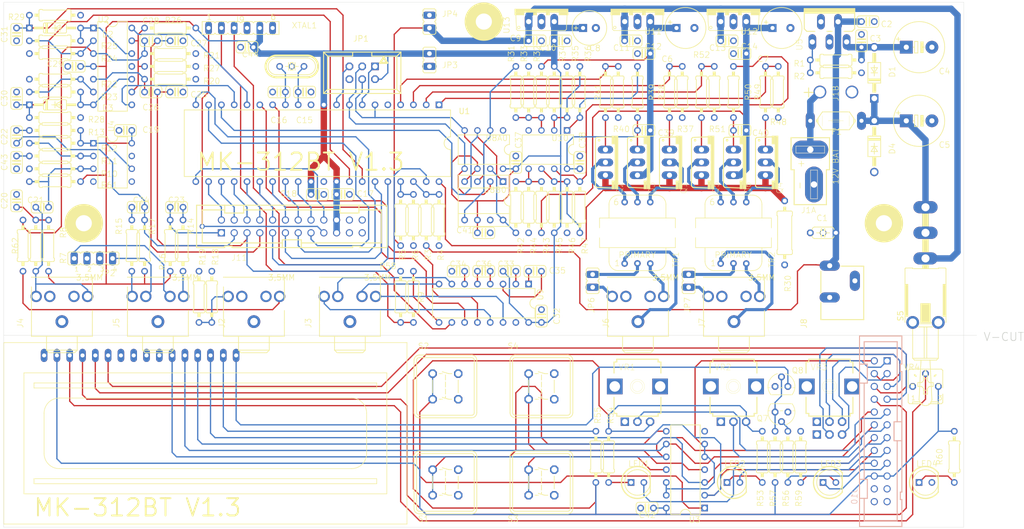
<source format=kicad_pcb>
(kicad_pcb (version 20211014) (generator pcbnew)
  (layers (0 "F.Cu" signal) (31 "B.Cu" signal) (34 "B.Paste" user) (35 "F.Paste" user) (36 "B.SilkS" user "B.Silkscreen") (37 "F.SilkS" user "F.Silkscreen") (38 "B.Mask" user) (39 "F.Mask" user) (44 "Edge.Cuts" user))
  (net 0 "")
  (net 1 "V+")
  (net 2 "GND")
  (net 3 "N$43")
  (net 4 "N$45")
  (net 5 "+12V")
  (net 6 "PC0")
  (net 7 "PC4")
  (net 8 "PC5")
  (net 9 "PC6")
  (net 10 "PC7")
  (net 11 "PC3")
  (net 12 "PC2")
  (net 13 "PC1")
  (net 14 "PA5")
  (net 15 "PA4")
  (net 16 "PA1")
  (net 17 "PB5")
  (net 18 "PB7")
  (net 19 "RESET")
  (net 20 "PB3")
  (net 21 "PB2")
  (net 22 "PB1")
  (net 23 "PB0")
  (net 24 "PA0")
  (net 25 "PA6")
  (net 26 "PA7")
  (net 27 "PD0")
  (net 28 "PD1")
  (net 29 "PD2")
  (net 30 "PD3")
  (net 31 "~{CS}")
  (net 32 "PD5")
  (net 33 "PD6")
  (net 34 "PD7")
  (net 35 "N$23")
  (net 36 "N$29")
  (net 37 "N$17")
  (net 38 "N$32")
  (net 39 "N$47")
  (net 40 "N$4")
  (net 41 "N$5")
  (net 42 "RB4")
  (net 43 "RB10")
  (net 44 "N$30")
  (net 45 "RB9")
  (net 46 "N$11")
  (net 47 "N$12")
  (net 48 "N$10")
  (net 49 "N$13")
  (net 50 "N$15")
  (net 51 "N$46")
  (net 52 "N$44")
  (net 53 "+5V")
  (net 54 "N$55")
  (net 55 "N$56")
  (net 56 "N$57")
  (net 57 "N$53")
  (net 58 "N$54")
  (net 59 "N$60")
  (net 60 "N$62")
  (net 61 "N$63")
  (net 62 "N$69")
  (net 63 "N$71")
  (net 64 "N$72")
  (net 65 "N$73")
  (net 66 "N$74")
  (net 67 "N$75")
  (net 68 "N$18")
  (net 69 "N$19")
  (net 70 "N$21")
  (net 71 "N$22")
  (net 72 "N$24")
  (net 73 "N$25")
  (net 74 "PFET_B")
  (net 75 "N$27")
  (net 76 "N$28")
  (net 77 "N$34")
  (net 78 "N$36")
  (net 79 "N$38")
  (net 80 "N$39")
  (net 81 "N$40")
  (net 82 "N$41")
  (net 83 "N$42")
  (net 84 "N$31")
  (net 85 "PFET_A")
  (net 86 "+9V")
  (net 87 "N$65")
  (net 88 "N$9")
  (net 89 "N$20")
  (net 90 "N$48")
  (net 91 "N$51")
  (net 92 "N$52")
  (net 93 "N$61")
  (net 94 "N$66")
  (net 95 "N$67")
  (net 96 "N$77")
  (net 97 "N$70")
  (net 98 "+8V")
  (net 99 "N$78")
  (net 100 "N$76")
  (net 101 "N$7")
  (net 102 "N$80")
  (net 103 "N$1")
  (net 104 "N$2")
  (net 105 "N$3")
  (net 106 "N$14")
  (net 107 "N$58")
  (net 108 "N$81")
  (net 109 "N$82")
  (net 110 "N$83")
  (net 111 "N$84")
  (net 112 "N$85")
  (net 113 "N$68")
  (net 114 "N$79")
  (net 115 "N$86")
  (net 116 "N$33")
  (net 117 "N$87")
  (net 118 "N$88")
  (net 119 "N$89")
  (net 120 "STATE")
  (net 121 "PB6")
  (net 122 "N$8")
  (net 123 "N$26")
  (net 124 "N$37")
  (net 125 "N$6")
  (net 126 "N$16")
  (net 127 "N$35")
  (net 128 "N$49")
  (net 129 "N$50")
  (net 130 "N$59")
  (net 131 "N$64")
  (footprint "mk312:STX3100" (layer "F.Cu") (at 196.7611 118.9736 90)
    (fp_text reference "J7")
    (fp_text value "OUTPUT B")
  )
  (footprint "mk312:0207_10" (layer "F.Cu") (at 153.5811 70.7136 -90)
    (fp_text reference "R31")
    (fp_text value "100K")
  )
  (footprint "mk312:C025-024X044" (layer "F.Cu") (at 86.2711 93.5736 180)
    (fp_text reference "C23")
    (fp_text value "1uF")
  )
  (footprint "mk312:JP1" (layer "F.Cu") (at 136.4361 64.3636 180)
    (fp_text reference "JP3")
    (fp_text value "+5V")
  )
  (footprint "mk312:DO41-10" (layer "F.Cu") (at 224.7011 66.9036 90)
    (fp_text reference "D1")
    (fp_text value "1N4004")
  )
  (footprint "mk312:0207_10" (layer "F.Cu") (at 87.5411 101.1936 90)
    (fp_text reference "R14")
    (fp_text value "1K")
  )
  (footprint "mk312:SOCKET-08" (layer "F.Cu") (at 147.2311 92.3036 180)
    (fp_text reference "U8B0")
    (fp_text value "LTC1661")
  )
  (footprint "mk312:LCD1602" (layer "F.Cu") (at 51.9811 156.4386)
    (fp_text reference "LCD1" hide)
    (fp_text value "HD44780LCD-1602" hide)
  )
  (footprint "mk312:C025-024X044" (layer "F.Cu") (at 147.2311 106.2736 180)
    (fp_text reference "C36")
    (fp_text value "1uF")
  )
  (footprint "mk312:C025-024X044" (layer "F.Cu") (at 142.1511 106.2736 180)
    (fp_text reference "C34")
    (fp_text value "1uF")
  )
  (footprint "" (layer "F.Cu") (at 239.9411 153.8986)
    (fp_text reference "@HOLE3" hide)
    (fp_text value "")
  )
  (footprint "mk312:0207_10" (layer "F.Cu") (at 62.1411 78.3336 180)
    (fp_text reference "R13")
    (fp_text value "4.7K")
  )
  (footprint "mk312:TO220V" (layer "F.Cu") (at 177.7111 54.2036)
    (fp_text reference "U11")
    (fp_text value "7809TV")
  )
  (footprint "mk312:0207_10" (layer "F.Cu") (at 166.2811 70.7136 -90)
    (fp_text reference "R36")
    (fp_text value "100K")
  )
  (footprint "mk312:0207_10" (layer "F.Cu") (at 207.5561 143.1036 -90)
    (fp_text reference "R56")
    (fp_text value "1.5K")
  )
  (footprint "mk312:0207_10" (layer "F.Cu") (at 62.1411 85.9536)
    (fp_text reference "R10")
    (fp_text value "100K")
  )
  (footprint "mk312:0309_12" (layer "F.Cu") (at 206.9211 98.6536 90)
    (fp_text reference "R30")
    (fp_text value "0.5R")
  )
  (footprint "mk312:TO92" (layer "F.Cu") (at 206.2861 134.2136 180)
    (fp_text reference "Q7")
    (fp_text value "2N3904")
  )
  (footprint "mk312:0207_10" (layer "F.Cu") (at 203.1111 70.7136 -90)
    (fp_text reference "R49")
    (fp_text value "10K")
  )
  (footprint "mk312:0207_10" (layer "F.Cu") (at 171.9961 143.1036 90)
    (fp_text reference "R54")
    (fp_text value "390")
  )
  (footprint "mk312:C025-024X044" (layer "F.Cu") (at 152.3111 106.2736)
    (fp_text reference "C33")
    (fp_text value "1uF")
  )
  (footprint "mk312:TO220V" (layer "F.Cu") (at 180.2511 84.6836 -90)
    (fp_text reference "Q3")
    (fp_text value "IRF9Z24")
  )
  (footprint "mk312:0207_10" (layer "F.Cu") (at 138.3411 96.1136 90)
    (fp_text reference "R4")
    (fp_text value "20K")
  )
  (footprint "mk312:C025-024X044" (layer "F.Cu") (at 100.2411 61.8236 180)
    (fp_text reference "C44")
    (fp_text value "0.1uF")
  )
  (footprint "mk312:DEANS" (layer "F.Cu") (at 212.0011 82.1436)
    (fp_text reference "J1" hide)
    (fp_text value "+12V BATTERY" hide)
    (fp_line (start -2.8448 -0.6858) (end 2.8448 -0.6858) (layer "Edge.Cuts") (width 0.127))
    (fp_line (start 0.0508 4.064) (end 1.4224 4.064) (layer "Edge.Cuts") (width 0.127))
    (fp_line (start -2.8448 0.6858) (end -2.8448 -0.6858) (layer "Edge.Cuts") (width 0.127))
    (fp_line (start 0.0508 9.7536) (end 0.0508 4.064) (layer "Edge.Cuts") (width 0.127))
    (fp_line (start 2.8448 0.6858) (end -2.8448 0.6858) (layer "Edge.Cuts") (width 0.127))
    (fp_line (start 0.0508 9.7536) (end 1.4224 9.7536) (layer "Edge.Cuts") (width 0.127))
    (fp_line (start 2.8448 0.6858) (end 2.8448 -0.6858) (layer "Edge.Cuts") (width 0.127))
    (fp_line (start 1.4224 4.064) (end 1.4224 9.7536) (layer "Edge.Cuts") (width 0.127))
  )
  (footprint "mk312:0207_10" (layer "F.Cu") (at 177.7111 70.7136 -90)
    (fp_text reference "R39")
    (fp_text value "10K")
  )
  (footprint "mk312:0207_10" (layer "F.Cu") (at 153.5811 93.5736 90)
    (fp_text reference "R42")
    (fp_text value "100K")
  )
  (footprint "mk312:DIL08" (layer "F.Cu") (at 73.5711 84.6836 -90)
    (fp_text reference "U4")
    (fp_text value "LM358N")
  )
  (footprint "mk312:STX3100" (layer "F.Cu") (at 177.7111 118.9736 90)
    (fp_text reference "J6")
    (fp_text value "OUTPUT A")
  )
  (footprint "mk312:C025-024X044" (layer "F.Cu") (at 86.2711 70.7136)
    (fp_text reference "C25")
    (fp_text value "1nF")
  )
  (footprint "mk312:0207_10" (layer "F.Cu") (at 62.1411 55.4736)
    (fp_text reference "R29")
    (fp_text value "100K")
  )
  (footprint "mk312:0207_10" (layer "F.Cu") (at 210.0961 143.1036 90)
    (fp_text reference "R59")
    (fp_text value "390")
  )
  (footprint "mk312:0207_10" (layer "F.Cu") (at 85.0011 63.0936 180)
    (fp_text reference "R21")
    (fp_text value "100K")
  )
  (footprint "mk312:E3,5-8" (layer "F.Cu") (at 187.2361 58.0136)
    (fp_text reference "C6")
    (fp_text value "470uF")
  )
  (footprint "mk312:0207_10" (layer "F.Cu") (at 135.8011 96.1136 -90)
    (fp_text reference "R3")
    (fp_text value "100K")
  )
  (footprint "mk312:C025-024X044" (layer "F.Cu") (at 198.0311 78.3336)
    (fp_text reference "C40")
    (fp_text value "0.1uF")
  )
  (footprint "mk312:0207_10" (layer "F.Cu") (at 171.3611 70.7136 -90)
    (fp_text reference "R41")
    (fp_text value "10K")
  )
  (footprint "mk312:0207_10" (layer "F.Cu") (at 186.6011 70.7136 90)
    (fp_text reference "R37")
    (fp_text value "100K")
  )
  (footprint "mk312:C025-024X044" (layer "F.Cu") (at 147.2311 98.6536)
    (fp_text reference "C41")
    (fp_text value "0.1uF")
  )
  (footprint "mk312:0207_10" (layer "F.Cu") (at 85.0011 65.6336)
    (fp_text reference "R27")
    (fp_text value "100K")
  )
  (footprint "mk312:C025-024X044" (layer "F.Cu") (at 81.1911 70.7136 180)
    (fp_text reference "C26")
    (fp_text value "0.1uF")
  )
  (footprint "mk312:JP4" (layer "F.Cu") (at 69.7611 103.7336)
    (fp_text reference "JP2")
    (fp_text value "AUX LINE IN")
  )
  (footprint "mk312:0207_10" (layer "F.Cu") (at 62.1411 63.0936 180)
    (fp_text reference "R24")
    (fp_text value "20K")
  )
  (footprint "mk312:C025-024X044" (layer "F.Cu") (at 223.4311 56.7436)
    (fp_text reference "C2")
    (fp_text value "0.1uF" hide)
  )
  (footprint "mk312:0207_10" (layer "F.Cu") (at 62.1411 68.1736)
    (fp_text reference "R22")
    (fp_text value "20K")
  )
  (footprint "mk312:0207_10" (layer "F.Cu") (at 130.7211 96.1136 -90)
    (fp_text reference "R5")
    (fp_text value "10K")
  )
  (footprint "mk312:STX3100" (layer "F.Cu") (at 101.5111 118.9736 90)
    (fp_text reference "J2")
    (fp_text value "REMOTE INPUT")
  )
  (footprint "mk312:E3,5-8" (layer "F.Cu") (at 206.2861 58.0136)
    (fp_text reference "C7")
    (fp_text value "470uF")
  )
  (footprint "mk312:LITTLEFUSE" (layer "F.Cu") (at 217.0811 76.4286)
    (fp_text reference "F1")
    (fp_text value "1A POLY")
  )
  (footprint "mk312:C025-024X044" (layer "F.Cu") (at 114.2111 91.0336)
    (fp_text reference "C18")
    (fp_text value "0.1uF")
  )
  (footprint "mk312:E5-10,5" (layer "F.Cu") (at 233.5911 61.8236)
    (fp_text reference "C4")
    (fp_text value "1000uF")
  )
  (footprint "mk312:TO220V" (layer "F.Cu") (at 158.6611 54.2036)
    (fp_text reference "U13")
    (fp_text value "7805TV")
  )
  (footprint "mk312:C025-024X044" (layer "F.Cu") (at 198.0311 63.0936 180)
    (fp_text reference "C14")
    (fp_text value "0.1uF" hide)
  )
  (footprint "mk312:LED5MM" (layer "F.Cu") (at 196.7611 148.1836)
    (fp_text reference "LED2")
    (fp_text value "OUTPUT B")
  )
  (footprint "mk312:DIL14" (layer "F.Cu") (at 187.2361 145.6436 90)
    (fp_text reference "U3")
    (fp_text value "4066N")
  )
  (footprint "mk312:LED5MM" (layer "F.Cu") (at 177.7111 148.1836)
    (fp_text reference "LED1")
    (fp_text value "OUTPUT A")
  )
  (footprint "mk312:0207_10" (layer "F.Cu") (at 62.1411 75.7936)
    (fp_text reference "R28")
    (fp_text value "100K")
  )
  (footprint "mk312:DIL08" (layer "F.Cu") (at 159.9311 82.1436 180)
    (fp_text reference "U10")
    (fp_text value "LM358N")
  )
  (footprint "mk312:C025-024X044" (layer "F.Cu") (at 157.3911 106.2736)
    (fp_text reference "C35")
    (fp_text value "1uF")
  )
  (footprint "mk312:DTE6K" (layer "F.Cu") (at 139.6111 148.1836 90)
    (fp_text reference "S1")
    (fp_text value "OK")
  )
  (footprint "mk312:STX3100" (layer "F.Cu") (at 120.5611 118.9736 90)
    (fp_text reference "J3")
    (fp_text value "LINK INPUT")
  )
  (footprint "mk312:C025-024X044" (layer "F.Cu") (at 65.9511 65.6336 180)
    (fp_text reference "C29")
    (fp_text value "0.1uF")
  )
  (footprint "mk312:0207_10" (layer "F.Cu") (at 161.2011 70.7136 90)
    (fp_text reference "R34")
    (fp_text value "100K")
  )
  (footprint "mk312:POWER_JACK_SLOT" (layer "F.Cu") (at 213.2711 118.9736)
    (fp_text reference "J8")
    (fp_text value "VDC INPUT")
  )
  (footprint "mk312:0207_10" (layer "F.Cu") (at 55.7911 101.1936 90)
    (fp_text reference "R62")
    (fp_text value "1K")
  )
  (footprint "mk312:C025-024X044" (layer "F.Cu") (at 59.6011 93.5736)
    (fp_text reference "C21")
    (fp_text value "0.1uF")
  )
  (footprint "mk312:JP1" (layer "F.Cu") (at 187.8711 108.1786 180)
    (fp_text reference "JP7")
    (fp_text value "")
  )
  (footprint "mk312:DUAL_9MM_SNAP-IN_POT" (layer "F.Cu") (at 215.8111 129.1336)
    (fp_text reference "VR3")
    (fp_text value "MULTI-ADJ")
  )
  (footprint "mk312:DO35-10" (layer "F.Cu") (at 62.1411 58.0136)
    (fp_text reference "D2")
    (fp_text value "1N4148DO35-10" hide)
  )
  (footprint "mk312:0207_10" (layer "F.Cu") (at 217.0811 64.3636)
    (fp_text reference "R1")
    (fp_text value "12K")
  )
  (footprint "mk312:C025-024X044" (layer "F.Cu") (at 86.2711 60.5536)
    (fp_text reference "C27")
    (fp_text value "1nF")
  )
  (footprint "mk312:C050-024X044" (layer "F.Cu") (at 214.5411 98.6536 180)
    (fp_text reference "C1")
    (fp_text value "10uF")
  )
  (footprint "mk312:C025-024X044" (layer "F.Cu") (at 153.5811 84.6836 90)
    (fp_text reference "C37")
    (fp_text value "0.1uF")
  )
  (footprint "mk312:0207_10" (layer "F.Cu") (at 217.0811 66.9036 180)
    (fp_text reference "R2")
    (fp_text value "1.2K")
  )
  (footprint "mk312:C025-024X044" (layer "F.Cu") (at 111.6711 70.7136)
    (fp_text reference "C15")
    (fp_text value "18pF")
  )
  (footprint "mk312:C025-024X044" (layer "F.Cu") (at 78.6511 93.5736)
    (fp_text reference "C24")
    (fp_text value "1uF")
  )
  (footprint "mk312:0207_10" (layer "F.Cu") (at 58.3311 101.1936 90)
    (fp_text reference "R7")
    (fp_text value "2.2K")
  )
  (footprint "mk312:LED5MM" (layer "F.Cu") (at 215.8111 148.1836)
    (fp_text reference "LED3")
    (fp_text value "RADIO")
  )
  (footprint "mk312:0207_10" (layer "F.Cu") (at 85.0011 58.0136)
    (fp_text reference "R26")
    (fp_text value "1M")
  )
  (footprint "mk312:0207_10" (layer "F.Cu") (at 166.2811 93.5736 90)
    (fp_text reference "R47")
    (fp_text value "100K")
  )
  (footprint "mk312:DIL08" (layer "F.Cu") (at 147.2311 82.1436 180)
    (fp_text reference "U8A0")
    (fp_text value "MAX548")
  )
  (footprint "mk312:057-006-1" (layer "F.Cu") (at 123.1011 66.9036 180)
    (fp_text reference "JP1")
    (fp_text value "ISP")
  )
  (footprint "mk312:0207_10" (layer "F.Cu") (at 202.4761 143.1036 90)
    (fp_text reference "R53")
    (fp_text value "390")
  )
  (footprint "mk312:STX3100" (layer "F.Cu") (at 63.4111 118.9736 90)
    (fp_text reference "J4")
    (fp_text value "MIC INPUT")
  )
  (footprint "mk312:0207_10" (layer "F.Cu") (at 240.5761 143.1036 90)
    (fp_text reference "R60")
    (fp_text value "390")
  )
  (footprint "mk312:0207_10" (layer "F.Cu") (at 205.6511 70.7136 90)
    (fp_text reference "R48")
    (fp_text value "100K")
  )
  (footprint "mk312:0207_10" (layer "F.Cu") (at 156.1211 70.7136 -90)
    (fp_text reference "R33")
    (fp_text value "100K")
  )
  (footprint "mk312:0207_10" (layer "F.Cu") (at 196.7611 70.7136 -90)
    (fp_text reference "R50")
    (fp_text value "10K")
  )
  (footprint "mk312:C025-024X044" (layer "F.Cu") (at 76.1111 78.3336 180)
    (fp_text reference "C19")
    (fp_text value "0.1uF")
  )
  (footprint "mk312:0207_10" (layer "F.Cu") (at 85.0011 68.1736 180)
    (fp_text reference "R20")
    (fp_text value "100K")
  )
  (footprint "mk312:C025-024X044" (layer "F.Cu") (at 166.2811 84.6836 90)
    (fp_text reference "C38")
    (fp_text value "0.1uF")
  )
  (footprint "mk312:TO220V" (layer "F.Cu") (at 205.6511 84.6836 -90)
    (fp_text reference "Q4")
    (fp_text value "IRL520N")
  )
  (footprint "mk312:STX3100" (layer "F.Cu") (at 82.4611 118.9736 90)
    (fp_text reference "J5")
    (fp_text value "LINE INPUT")
  )
  (footprint "mk312:DIL16" (layer "F.Cu") (at 147.2311 112.6236 180)
    (fp_text reference "U9")
    (fp_text value "MAX232")
  )
  (footprint "mk312:DO41-10" (layer "F.Cu") (at 224.7011 81.5086 -90)
    (fp_text reference "D4")
    (fp_text value "1N4004")
  )
  (footprint "mk312:C025-024X044" (layer "F.Cu") (at 54.5211 79.6036 90)
    (fp_text reference "C22")
    (fp_text value "1uF")
  )
  (footprint "mk312:TO220V" (layer "F.Cu") (at 199.3011 84.6836 -90)
    (fp_text reference "Q6")
    (fp_text value "IRF9Z24")
  )
  (footprint "mk312:0207_10" (layer "F.Cu") (at 169.4561 143.1036 -90)
    (fp_text reference "R55")
    (fp_text value "47")
  )
  (footprint "mk312:C025-024X044" (layer "F.Cu") (at 158.6611 115.1636 90)
    (fp_text reference "C32")
    (fp_text value "0.1uF")
  )
  (footprint "mk312:FE06" (layer "F.Cu") (at 98.9711 58.0136)
    (fp_text reference "J9")
    (fp_text value "RADIO INTERFACE")
  )
  (footprint "mk312:C025-024X044" (layer "F.Cu") (at 81.1911 60.5536 180)
    (fp_text reference "C28")
    (fp_text value "0.1uF")
  )
  (footprint "mk312:C025-024X044" (layer "F.Cu") (at 179.6161 153.2636 180)
    (fp_text reference "C42")
    (fp_text value "0.1uF")
  )
  (footprint "mk312:0207_10" (layer "F.Cu") (at 190.4111 70.7136 -90)
    (fp_text reference "R52")
    (fp_text value "10K")
  )
  (footprint "mk312:B25P" (layer "F.Cu") (at 234.8611 129.1336)
    (fp_text reference "VR4")
    (fp_text value "LCD CONTRAST")
  )
  (footprint "mk312:TO220V" (layer "F.Cu") (at 192.9511 84.6836 -90)
    (fp_text reference "Q5")
    (fp_text value "IRL520N")
  )
  (footprint "mk312:0207_10" (layer "F.Cu") (at 158.6611 93.5736 -90)
    (fp_text reference "R43")
    (fp_text value "100K")
  )
  (footprint "mk312:JP1" (layer "F.Cu") (at 168.8211 108.1786 180)
    (fp_text reference "JP6")
    (fp_text value "")
  )
  (footprint "mk312:0207_10" (layer "F.Cu") (at 85.0011 101.1936 -90)
    (fp_text reference "R16")
    (fp_text value "20K")
  )
  (footprint "mk312:0207_10" (layer "F.Cu") (at 62.1411 70.7136)
    (fp_text reference "R23")
    (fp_text value "1M")
  )
  (footprint "mk312:0207_10" (layer "F.Cu") (at 158.6611 70.7136 90)
    (fp_text reference "R32")
    (fp_text value "100K")
  )
  (footprint "mk312:0207_10" (layer "F.Cu") (at 133.2611 111.3536 90)
    (fp_text reference "R9")
    (fp_text value "4.7K")
  )
  (footprint "mk312:JP1" (layer "F.Cu") (at 136.4361 56.7436)
    (fp_text reference "JP4")
    (fp_text value "+12")
  )
  (footprint "mk312:0207_10" (layer "F.Cu") (at 77.3811 101.1936 90)
    (fp_text reference "R15")
    (fp_text value "1K")
  )
  (footprint "mk312:42TL" (layer "F.Cu") (at 196.7611 98.6536)
    (fp_text reference "TR2")
    (fp_text value "42TL004")
  )
  (footprint "mk312:C025-024X044" (layer "F.Cu") (at 54.5211 59.2836 -90)
    (fp_text reference "C31")
    (fp_text value "1uF")
  )
  (footprint "mk312:E2,5-7" (layer "F.Cu") (at 168.1861 58.0136)
    (fp_text reference "C8")
    (fp_text value "10uF")
  )
  (footprint "mk312:TO92" (layer "F.Cu") (at 206.2861 129.1336)
    (fp_text reference "Q8")
    (fp_text value "2N3904")
  )
  (footprint "mk312:0207_10" (layer "F.Cu") (at 93.2561 111.3536 90)
    (fp_text reference "R18")
    (fp_text value "1.5K")
  )
  (footprint "" (layer "F.Cu") (at 239.9411 122.7836)
    (fp_text reference "@HOLE2" hide)
    (fp_text value "")
  )
  (footprint "mk312:0207_10" (layer "F.Cu") (at 163.7411 70.7136 -90)
    (fp_text reference "R35")
    (fp_text value "200K")
  )
  (footprint "mk312:DTE6K" (layer "F.Cu") (at 158.6611 148.1836 90)
    (fp_text reference "S3")
    (fp_text value "LEFT/DOWN")
  )
  (footprint "mk312:C025-024X044" (layer "F.Cu") (at 157.3911 60.5536)
    (fp_text reference "C9")
    (fp_text value "0.1uF" hide)
  )
  (footprint "mk312:0207_10" (layer "F.Cu") (at 62.1411 83.4136)
    (fp_text reference "R11")
    (fp_text value "20K")
  )
  (footprint "mk312:HC49_S" (layer "F.Cu") (at 109.1311 65.6336 180)
    (fp_text reference "XTAL1")
    (fp_text value "8.0 MHz")
  )
  (footprint "mk312:0207_10" (layer "F.Cu") (at 79.9211 101.1936 -90)
    (fp_text reference "R17")
    (fp_text value "20K")
  )
  (footprint "mk312:0207_10" (layer "F.Cu") (at 62.1411 88.4936)
    (fp_text reference "R61")
    (fp_text value "100K")
  )
  (footprint "mk312:C025-024X044" (layer "F.Cu") (at 178.9811 78.3336)
    (fp_text reference "C39")
    (fp_text value "0.1uF")
  )
  (footprint "mk312:C025-024X044" (layer "F.Cu") (at 162.4711 60.5536)
    (fp_text reference "C10")
    (fp_text value "0.1uF" hide)
  )
  (footprint "mk312:PAK100_2500-24" (layer "F.Cu") (at 109.1311 97.3836)
    (fp_text reference "J11")
    (fp_text value "FRONT PANEL")
  )
  (footprint "mk312:0207_10" (layer "F.Cu") (at 161.2011 93.5736 -90)
    (fp_text reference "R45")
    (fp_text value "100K")
  )
  (footprint "mk312:9MM_SNAP-IN_POT" (layer "F.Cu") (at 196.7611 129.1336)
    (fp_text reference "VR2")
    (fp_text value "LEVEL B")
  )
  (footprint "mk312:0207_10" (layer "F.Cu") (at 156.1211 93.5736 90)
    (fp_text reference "R44")
    (fp_text value "100K")
  )
  (footprint "mk312:C025-024X044" (layer "F.Cu") (at 222.1611 60.5536 90)
    (fp_text reference "C3")
    (fp_text value "0.1uF" hide)
  )
  (footprint "mk312:DTE6K" (layer "F.Cu") (at 158.6611 129.1336 90)
    (fp_text reference "S4")
    (fp_text value "RIGHT/UP")
  )
  (footprint "mk312:9MM_SNAP-IN_POT" (layer "F.Cu") (at 177.7111 129.1336)
    (fp_text reference "VR1")
    (fp_text value "LEVEL A")
  )
  (footprint "mk312:0207_10" (layer "F.Cu") (at 192.9511 70.7136 90)
    (fp_text reference "R51")
    (fp_text value "100K")
  )
  (footprint "mk312:0207_10" (layer "F.Cu") (at 163.7411 93.5736 90)
    (fp_text reference "R46")
    (fp_text value "200K")
  )
  (footprint "mk312:0207_10" (layer "F.Cu") (at 90.7161 111.3536 -90)
    (fp_text reference "R19")
    (fp_text value "1K")
  )
  (footprint "mk312:0207_10" (layer "F.Cu") (at 173.9011 70.7136 90)
    (fp_text reference "R40")
    (fp_text value "100K")
  )
  (footprint "mk312:C025-024X044" (layer "F.Cu") (at 178.9811 63.0936 180)
    (fp_text reference "C12")
    (fp_text value "0.1uF" hide)
  )
  (footprint "mk312:C025-024X044" (layer "F.Cu") (at 54.5211 92.3036 90)
    (fp_text reference "C20")
    (fp_text value "1uF")
  )
  (footprint "mk312:0207_10" (layer "F.Cu") (at 62.1411 60.5536)
    (fp_text reference "R25")
    (fp_text value "1M")
  )
  (footprint "mk312:0207_10" (layer "F.Cu") (at 184.0611 70.7136 -90)
    (fp_text reference "R38")
    (fp_text value "10K")
  )
  (footprint "mk312:DIL40" (layer "F.Cu") (at 114.2111 80.8736 180)
    (fp_text reference "U1")
    (fp_text value "ATMEGA16/32-P")
  )
  (footprint "" (layer "F.Cu") (at 147.2311 56.7436)
    (fp_text reference "@HOLE4" hide)
    (fp_text value "")
  )
  (footprint "mk312:TO220V" (layer "F.Cu") (at 196.7611 54.2036)
    (fp_text reference "U12")
    (fp_text value "7809TV")
  )
  (footprint "mk312:TO220V" (layer "F.Cu") (at 186.6011 84.6836 -90)
    (fp_text reference "Q1")
    (fp_text value "IRL520N")
  )
  (footprint "mk312:TO220-5" (layer "F.Cu") (at 215.8111 54.5211)
    (fp_text reference "U5")
    (fp_text value "LM2941T")
  )
  (footprint "mk312:0207_10" (layer "F.Cu") (at 62.1411 80.8736)
    (fp_text reference "R12")
    (fp_text value "1M")
  )
  (footprint "mk312:DIL14" (layer "F.Cu") (at 73.5711 65.6336 -90)
    (fp_text reference "U2")
    (fp_text value "LM324N")
  )
  (footprint "mk312:DTE6K" (layer "F.Cu") (at 139.6111 129.1336 90)
    (fp_text reference "S2")
    (fp_text value "MENU")
  )
  (footprint "mk312:C025-024X044" (layer "F.Cu") (at 54.5211 71.9836 90)
    (fp_text reference "C30")
    (fp_text value "1uF")
  )
  (footprint "" (layer "F.Cu") (at 226.6061 96.7486)
    (fp_text reference "@HOLE1" hide)
    (fp_text value "")
  )
  (footprint "mk312:LPV-1" (layer "F.Cu") (at 234.8611 116.4336)
    (fp_text reference "S5")
    (fp_text value "POWER")
  )
  (footprint "mk312:C025-024X044" (layer "F.Cu") (at 106.5911 70.7136 180)
    (fp_text reference "C16")
    (fp_text value "18pF")
  )
  (footprint "mk312:0207_10" (layer "F.Cu") (at 133.2611 96.1136 90)
    (fp_text reference "R6")
    (fp_text value "3.3K")
  )
  (footprint "" (layer "F.Cu") (at 67.8561 96.7486)
    (fp_text reference "@HOLE0" hide)
    (fp_text value "")
  )
  (footprint "mk312:C025-024X044" (layer "F.Cu") (at 195.4911 60.5536)
    (fp_text reference "C13")
    (fp_text value "0.1uF" hide)
  )
  (footprint "mk312:TO220V" (layer "F.Cu") (at 173.9011 84.6836 -90)
    (fp_text reference "Q2")
    (fp_text value "IRL520N")
  )
  (footprint "mk312:42TL" (layer "F.Cu") (at 177.7111 98.6536)
    (fp_text reference "TR1")
    (fp_text value "42TL004")
  )
  (footprint "mk312:DO35-10" (layer "F.Cu") (at 62.1411 73.2536)
    (fp_text reference "D3")
    (fp_text value "1N4148DO35-10" hide)
  )
  (footprint "mk312:C025-024X044" (layer "F.Cu") (at 54.5211 84.6836 -90)
    (fp_text reference "C43")
    (fp_text value "1uF")
  )
  (footprint "mk312:C025-024X044" (layer "F.Cu") (at 176.4411 60.5536)
    (fp_text reference "C11")
    (fp_text value "0.1uF" hide)
  )
  (footprint "mk312:LED5MM" (layer "F.Cu") (at 234.8611 148.1836)
    (fp_text reference "LED4")
    (fp_text value "POWER")
  )
  (footprint "mk312:C025-024X044" (layer "F.Cu") (at 119.2911 91.0336)
    (fp_text reference "C17")
    (fp_text value "0.1uF")
  )
  (footprint "mk312:E5-10,5" (layer "F.Cu") (at 233.5911 76.4286)
    (fp_text reference "C5")
    (fp_text value "1000uF")
  )
  (footprint "mk312:0207_10" (layer "F.Cu") (at 205.0161 143.1036 90)
    (fp_text reference "R57")
    (fp_text value "1.5K")
  )
  (footprint "mk312:0207_10" (layer "F.Cu") (at 130.7211 111.3536 -90)
    (fp_text reference "R58")
    (fp_text value "10K")
  )
  (footprint "mk312:0207_10" (layer "F.Cu") (at 60.8711 101.1936 -90)
    (fp_text reference "R8")
    (fp_text value "2.2K")
  )
  (footprint "mk312:PAK100_2500-24" (layer "B.Cu") (at 225.9711 138.0236 -90)
    (fp_text reference "J10")
    (fp_text value "2524-" hide)
  )
  (gr_circle (center 147.2311 56.7436) (end 149.7711 56.7436) (layer "F.SilkS") (width 2.54) (fill none))
  (gr_circle (center 67.8561 96.7486) (end 70.3961 96.7486) (layer "F.SilkS") (width 2.54) (fill none))
  (gr_circle (center 226.6061 96.7486) (end 229.1461 96.7486) (layer "F.SilkS") (width 2.54) (fill none))
  (gr_line (start 51.9811 52.9336) (end 51.9811 118.9736) (layer "Edge.Cuts") (width 0.05))
  (gr_line (start 51.9811 118.9736) (end 51.9811 157.0736) (layer "Edge.Cuts") (width 0.05))
  (gr_line (start 51.9811 118.9736) (end 245.0211 118.9736) (layer "Edge.Cuts") (width 0.05))
  (gr_line (start 242.4611 157.0736) (end 242.4811 52.9336) (layer "Edge.Cuts") (width 0.05))
  (gr_line (start 51.9811 157.0736) (end 242.4611 157.0736) (layer "Edge.Cuts") (width 0.05))
  (gr_line (start 242.4811 52.9336) (end 51.9811 52.9336) (layer "Edge.Cuts") (width 0.05))
  (gr_text "J1A" (at 210.0961 94.8436) (layer "F.SilkS") (effects (font (size 1.1684 1.1684) (thickness 0.1016)) (justify left bottom)))
  (gr_text "+" (at 210.0961 71.9836) (layer "F.SilkS") (effects (font (size 2.3368 2.3368) (thickness 0.2032)) (justify left bottom)))
  (gr_text "MK-312BT V1.3" (at 57.6961 155.1686) (layer "F.SilkS") (effects (font (size 3.429 3.429) (thickness 0.381)) (justify left bottom)))
  (gr_text "J1B" (at 217.7161 72.6186 90) (layer "F.SilkS") (effects (font (size 1.1684 1.1684) (thickness 0.1016)) (justify left bottom)))
  (gr_text "MK-312BT V1.3" (at 90.0811 86.5886) (layer "F.SilkS") (effects (font (size 3.429 3.429) (thickness 0.381)) (justify left bottom)))
  (gr_text "PRIMARY" (at 192.9511 103.7336) (layer "F.SilkS") (effects (font (size 1.1684 1.1684) (thickness 0.1016)) (justify left bottom)))
  (gr_text "PRIMARY" (at 173.9011 103.7336) (layer "F.SilkS") (effects (font (size 1.1684 1.1684) (thickness 0.1016)) (justify left bottom)))
  (gr_text "12V BAT" (at 217.7161 89.1286 90) (layer "F.SilkS") (effects (font (size 1.1684 1.1684) (thickness 0.1016)) (justify left bottom)))
  (gr_text "V-CUT" (at 246.2911 120.2436) (layer "Edge.Cuts") (effects (font (size 1.63576 1.63576) (thickness 0.14224)) (justify left bottom)))
  (segment (start 166.2811 112.6236) (end 167.5511 113.8936) (width 0.254) (layer "F.Cu") (net 1))
  (segment (start 208.1911 113.8936) (end 209.4611 112.6236) (width 0.254) (layer "F.Cu") (net 1))
  (segment (start 210.7311 105.0036) (end 213.1411 105.0036) (width 0.254) (layer "F.Cu") (net 1))
  (segment (start 167.5511 113.8936) (end 208.1911 113.8936) (width 0.254) (layer "F.Cu") (net 1))
  (segment (start 165.0111 102.4636) (end 166.2811 103.7336) (width 0.254) (layer "F.Cu") (net 1))
  (segment (start 209.4611 106.2736) (end 210.7311 105.0036) (width 0.254) (layer "F.Cu") (net 1))
  (segment (start 166.2811 103.7336) (end 166.2811 112.6236) (width 0.254) (layer "F.Cu") (net 1))
  (segment (start 213.1411 105.0036) (end 215.8511 105.1736) (width 0.254) (layer "F.Cu") (net 1))
  (segment (start 135.8011 101.1936) (end 137.0711 102.4636) (width 0.254) (layer "F.Cu") (net 1))
  (segment (start 137.0711 102.4636) (end 165.0111 102.4636) (width 0.254) (layer "F.Cu") (net 1))
  (segment (start 209.4611 112.6236) (end 209.4611 106.2736) (width 0.254) (layer "F.Cu") (net 1))
  (segment (start 215.8511 105.1736) (end 215.8511 104.9636) (width 1.27) (layer "B.Cu") (net 1))
  (segment (start 217.5111 63.2986) (end 217.0811 63.7286) (width 1.27) (layer "B.Cu") (net 1))
  (segment (start 217.5111 56.7711) (end 217.5111 63.2986) (width 1.27) (layer "B.Cu") (net 1))
  (segment (start 217.8561 56.7436) (end 217.5111 56.7711) (width 1.27) (layer "B.Cu") (net 1))
  (segment (start 217.0811 63.7286) (end 217.0811 98.6536) (width 1.27) (layer "B.Cu") (net 1))
  (segment (start 215.8511 104.9636) (end 217.0811 103.7336) (width 1.27) (layer "B.Cu") (net 1))
  (segment (start 222.1611 56.7436) (end 217.8561 56.7436) (width 1.27) (layer "B.Cu") (net 1))
  (segment (start 217.0811 103.7336) (end 217.0811 98.6536) (width 1.27) (layer "B.Cu") (net 1))
  (via (at 109.1311 65.6336) (size 1.2064) (drill 0.8) (layers "F.Cu" "B.Cu") (net 2))
  (via (at 220.2561 70.7136) (size 2.54) (drill 2) (layers "F.Cu" "B.Cu") (net 2))
  (via (at 214.5411 98.6536) (size 1.3064) (drill 0.9) (layers "F.Cu" "B.Cu") (net 2))
  (segment (start 212.0011 64.3636) (end 212.0011 66.9036) (width 0.254) (layer "B.Cu") (net 3))
  (segment (start 212.4111 60.7711) (end 212.4111 63.9536) (width 0.254) (layer "B.Cu") (net 3))
  (segment (start 212.4111 63.9536) (end 212.0011 64.3636) (width 0.254) (layer "B.Cu") (net 3))
  (segment (start 219.6211 61.8236) (end 222.1611 61.8236) (width 1.27) (layer "B.Cu") (net 4))
  (segment (start 222.1611 61.8236) (end 222.1611 64.3636) (width 1.27) (layer "B.Cu") (net 4))
  (segment (start 219.2111 61.4136) (end 219.6211 61.8236) (width 1.27) (layer "B.Cu") (net 4))
  (segment (start 219.2111 60.7711) (end 219.2111 61.4136) (width 1.27) (layer "B.Cu") (net 4))
  (segment (start 224.7011 61.8236) (end 222.1611 61.8236) (width 1.27) (layer "B.Cu") (net 4))
  (segment (start 231.0511 61.8236) (end 224.7011 61.8236) (width 1.27) (layer "B.Cu") (net 4))
  (segment (start 129.4511 59.2836) (end 130.7211 58.0136) (width 0.254) (layer "F.Cu") (net 5))
  (segment (start 129.4511 99.9236) (end 129.4511 59.2836) (width 0.254) (layer "F.Cu") (net 5))
  (segment (start 130.7211 58.0136) (end 136.4361 58.0136) (width 0.254) (layer "F.Cu") (net 5))
  (segment (start 130.7211 101.1936) (end 129.4511 99.9236) (width 0.254) (layer "F.Cu") (net 5))
  (segment (start 175.1711 54.2036) (end 175.1711 56.7436) (width 1.27) (layer "B.Cu") (net 5))
  (segment (start 138.9761 60.5536) (end 136.4361 58.0136) (width 1.27) (layer "B.Cu") (net 5))
  (segment (start 156.1211 56.7436) (end 156.1211 55.4736) (width 1.27) (layer "B.Cu") (net 5))
  (segment (start 156.1211 56.7436) (end 156.1211 60.5536) (width 1.27) (layer "B.Cu") (net 5))
  (segment (start 194.2211 56.7436) (end 194.2211 54.2036) (width 1.27) (layer "B.Cu") (net 5))
  (segment (start 156.1211 55.4736) (end 157.3911 54.2036) (width 1.27) (layer "B.Cu") (net 5))
  (segment (start 157.3911 54.2036) (end 175.1711 54.2036) (width 1.27) (layer "B.Cu") (net 5))
  (segment (start 194.2211 56.7436) (end 194.2211 60.5536) (width 1.27) (layer "B.Cu") (net 5))
  (segment (start 239.9411 54.2036) (end 194.2211 54.2036) (width 1.27) (layer "B.Cu") (net 5))
  (segment (start 234.8611 103.7336) (end 239.9411 103.7336) (width 1.27) (layer "B.Cu") (net 5))
  (segment (start 241.2111 55.4736) (end 239.9411 54.2036) (width 1.27) (layer "B.Cu") (net 5))
  (segment (start 156.1211 60.5536) (end 138.9761 60.5536) (width 1.27) (layer "B.Cu") (net 5))
  (segment (start 175.1711 60.5536) (end 175.1711 56.7436) (width 1.27) (layer "B.Cu") (net 5))
  (segment (start 239.9411 103.7336) (end 241.2111 102.4636) (width 1.27) (layer "B.Cu") (net 5))
  (segment (start 241.2111 102.4636) (end 241.2111 55.4736) (width 1.27) (layer "B.Cu") (net 5))
  (segment (start 194.2211 54.2036) (end 175.1711 54.2036) (width 1.27) (layer "B.Cu") (net 5))
  (segment (start 189.1411 125.3236) (end 190.4111 124.0536) (width 0.254) (layer "F.Cu") (net 6))
  (segment (start 189.1411 139.2936) (end 189.1411 125.3236) (width 0.254) (layer "F.Cu") (net 6))
  (segment (start 191.0461 140.5636) (end 190.4111 140.5636) (width 0.254) (layer "F.Cu") (net 6))
  (segment (start 224.7011 124.0536) (end 190.4111 124.0536) (width 0.254) (layer "F.Cu") (net 6))
  (segment (start 190.4111 140.5636) (end 189.1411 139.2936) (width 0.254) (layer "F.Cu") (net 6))
  (segment (start 183.4261 150.7236) (end 183.4261 149.4536) (width 0.254) (layer "B.Cu") (net 6))
  (segment (start 95.1611 93.5736) (end 92.6211 91.0336) (width 0.254) (layer "B.Cu") (net 6))
  (segment (start 95.1611 96.1136) (end 95.1611 93.5736) (width 0.254) (layer "B.Cu") (net 6))
  (segment (start 191.0461 140.5636) (end 191.0461 143.1036) (width 0.254) (layer "B.Cu") (net 6))
  (segment (start 192.9511 148.1836) (end 191.6811 149.4536) (width 0.254) (layer "B.Cu") (net 6))
  (segment (start 92.6211 91.0336) (end 92.6211 88.4936) (width 0.254) (layer "B.Cu") (net 6))
  (segment (start 191.0461 143.1036) (end 191.6811 143.1036) (width 0.254) (layer "B.Cu") (net 6))
  (segment (start 191.6811 143.1036) (end 192.9511 144.3736) (width 0.254) (layer "B.Cu") (net 6))
  (segment (start 191.6811 149.4536) (end 183.4261 149.4536) (width 0.254) (layer "B.Cu") (net 6))
  (segment (start 192.9511 144.3736) (end 192.9511 148.1836) (width 0.254) (layer "B.Cu") (net 6))
  (segment (start 183.4261 149.4536) (end 183.4261 148.1836) (width 0.254) (layer "B.Cu") (net 6))
  (segment (start 189.1411 141.8336) (end 218.3511 141.8336) (width 0.254) (layer "F.Cu") (net 7))
  (segment (start 181.5211 141.8336) (end 181.5211 140.5636) (width 0.254) (layer "F.Cu") (net 7))
  (segment (start 182.7911 139.2936) (end 186.6011 139.2936) (width 0.254) (layer "F.Cu") (net 7))
  (segment (start 183.4261 143.1036) (end 182.7911 143.1036) (width 0.254) (layer "F.Cu") (net 7))
  (segment (start 182.7911 143.1036) (end 181.5211 141.8336) (width 0.254) (layer "F.Cu") (net 7))
  (segment (start 186.6011 139.2936) (end 189.1411 141.8336) (width 0.254) (layer "F.Cu") (net 7))
  (segment (start 181.5211 140.5636) (end 182.7911 139.2936) (width 0.254) (layer "F.Cu") (net 7))
  (segment (start 218.3511 141.8336) (end 222.1611 138.0236) (width 0.254) (layer "F.Cu") (net 7))
  (segment (start 223.4311 134.2136) (end 224.7011 134.2136) (width 0.254) (layer "F.Cu") (net 7))
  (segment (start 222.1611 138.0236) (end 222.1611 135.4836) (width 0.254) (layer "F.Cu") (net 7))
  (segment (start 222.1611 135.4836) (end 223.4311 134.2136) (width 0.254) (layer "F.Cu") (net 7))
  (segment (start 85.3811 122.9786) (end 85.3811 142.2136) (width 0.254) (layer "B.Cu") (net 7))
  (segment (start 86.2711 143.1036) (end 183.4261 143.1036) (width 0.254) (layer "B.Cu") (net 7))
  (segment (start 105.3211 93.5736) (end 102.7811 91.0336) (width 0.254) (layer "B.Cu") (net 7))
  (segment (start 85.3811 142.2136) (end 86.2711 143.1036) (width 0.254) (layer "B.Cu") (net 7))
  (segment (start 105.3211 96.1136) (end 105.3211 93.5736) (width 0.254) (layer "B.Cu") (net 7))
  (segment (start 102.7811 91.0336) (end 102.7811 88.4936) (width 0.254) (layer "B.Cu") (net 7))
  (segment (start 185.3311 140.5636) (end 189.1411 144.3736) (width 0.254) (layer "F.Cu") (net 8))
  (segment (start 191.6811 144.3736) (end 192.9511 143.1036) (width 0.254) (layer "F.Cu") (net 8))
  (segment (start 192.9511 143.1036) (end 218.3511 143.1036) (width 0.254) (layer "F.Cu") (net 8))
  (segment (start 189.1411 144.3736) (end 191.6811 144.3736) (width 0.254) (layer "F.Cu") (net 8))
  (segment (start 218.3511 143.1036) (end 224.7011 136.7536) (width 0.254) (layer "F.Cu") (net 8))
  (segment (start 183.4261 140.5636) (end 185.3311 140.5636) (width 0.254) (layer "F.Cu") (net 8))
  (segment (start 88.8111 141.8336) (end 182.1561 141.8336) (width 0.254) (layer "B.Cu") (net 8))
  (segment (start 87.9211 140.9436) (end 88.8111 141.8336) (width 0.254) (layer "B.Cu") (net 8))
  (segment (start 87.9211 122.9786) (end 87.9211 140.9436) (width 0.254) (layer "B.Cu") (net 8))
  (segment (start 105.3211 91.0336) (end 107.8611 93.5736) (width 0.254) (layer "B.Cu") (net 8))
  (segment (start 107.8611 93.5736) (end 107.8611 96.1136) (width 0.254) (layer "B.Cu") (net 8))
  (segment (start 182.1561 141.8336) (end 183.4261 140.5636) (width 0.254) (layer "B.Cu") (net 8))
  (segment (start 105.3211 88.4936) (end 105.3211 91.0336) (width 0.254) (layer "B.Cu") (net 8))
  (segment (start 192.9511 145.6436) (end 192.9511 146.9136) (width 0.254) (layer "F.Cu") (net 9))
  (segment (start 224.7011 139.2936) (end 219.6211 144.3736) (width 0.254) (layer "F.Cu") (net 9))
  (segment (start 194.2211 144.3736) (end 192.9511 145.6436) (width 0.254) (layer "F.Cu") (net 9))
  (segment (start 191.6811 148.1836) (end 191.0461 148.1836) (width 0.254) (layer "F.Cu") (net 9))
  (segment (start 192.9511 146.9136) (end 191.6811 148.1836) (width 0.254) (layer "F.Cu") (net 9))
  (segment (start 219.6211 144.3736) (end 194.2211 144.3736) (width 0.254) (layer "F.Cu") (net 9))
  (segment (start 107.8611 91.0336) (end 107.8611 88.4936) (width 0.254) (layer "B.Cu") (net 9))
  (segment (start 187.8711 148.1836) (end 191.0461 148.1836) (width 0.254) (layer "B.Cu") (net 9))
  (segment (start 182.7911 139.2936) (end 185.3311 139.2936) (width 0.254) (layer "B.Cu") (net 9))
  (segment (start 90.4611 122.9786) (end 90.4611 139.6736) (width 0.254) (layer "B.Cu") (net 9))
  (segment (start 90.4611 139.6736) (end 91.3511 140.5636) (width 0.254) (layer "B.Cu") (net 9))
  (segment (start 181.5211 140.5636) (end 182.7911 139.2936) (width 0.254) (layer "B.Cu") (net 9))
  (segment (start 186.6011 146.9136) (end 187.8711 148.1836) (width 0.254) (layer "B.Cu") (net 9))
  (segment (start 186.6011 140.5636) (end 186.6011 146.9136) (width 0.254) (layer "B.Cu") (net 9))
  (segment (start 91.3511 140.5636) (end 181.5211 140.5636) (width 0.254) (layer "B.Cu") (net 9))
  (segment (start 110.4011 93.5736) (end 107.8611 91.0336) (width 0.254) (layer "B.Cu") (net 9))
  (segment (start 185.3311 139.2936) (end 186.6011 140.5636) (width 0.254) (layer "B.Cu") (net 9))
  (segment (start 110.4011 96.1136) (end 110.4011 93.5736) (width 0.254) (layer "B.Cu") (net 9))
  (segment (start 192.9511 150.7236) (end 191.0461 150.7236) (width 0.254) (layer "F.Cu") (net 10))
  (segment (start 224.7011 141.8336) (end 220.8911 145.6436) (width 0.254) (layer "F.Cu") (net 10))
  (segment (start 220.8911 145.6436) (end 195.4911 145.6436) (width 0.254) (layer "F.Cu") (net 10))
  (segment (start 194.2211 149.4536) (end 192.9511 150.7236) (width 0.254) (layer "F.Cu") (net 10))
  (segment (start 194.2211 146.9136) (end 194.2211 149.4536) (width 0.254) (layer "F.Cu") (net 10))
  (segment (start 195.4911 145.6436) (end 194.2211 146.9136) (width 0.254) (layer "F.Cu") (net 10))
  (segment (start 112.9411 93.5736) (end 112.9411 96.1136) (width 0.254) (layer "B.Cu") (net 10))
  (segment (start 192.9511 139.2936) (end 194.2211 140.5636) (width 0.254) (layer "B.Cu") (net 10))
  (segment (start 186.6011 136.7536) (end 189.1411 139.2936) (width 0.254) (layer "B.Cu") (net 10))
  (segment (start 93.0011 122.9786) (end 93.0011 138.4036) (width 0.254) (layer "B.Cu") (net 10))
  (segment (start 180.2511 139.2936) (end 182.7911 136.7536) (width 0.254) (layer "B.Cu") (net 10))
  (segment (start 194.2211 149.4536) (end 192.9511 150.7236) (width 0.254) (layer "B.Cu") (net 10))
  (segment (start 110.4011 91.0336) (end 112.9411 93.5736) (width 0.254) (layer "B.Cu") (net 10))
  (segment (start 93.8911 139.2936) (end 180.2511 139.2936) (width 0.254) (layer "B.Cu") (net 10))
  (segment (start 182.7911 136.7536) (end 186.6011 136.7536) (width 0.254) (layer "B.Cu") (net 10))
  (segment (start 192.9511 150.7236) (end 191.0461 150.7236) (width 0.254) (layer "B.Cu") (net 10))
  (segment (start 110.4011 88.4936) (end 110.4011 91.0336) (width 0.254) (layer "B.Cu") (net 10))
  (segment (start 194.2211 140.5636) (end 194.2211 149.4536) (width 0.254) (layer "B.Cu") (net 10))
  (segment (start 189.1411 139.2936) (end 192.9511 139.2936) (width 0.254) (layer "B.Cu") (net 10))
  (segment (start 93.0011 138.4036) (end 93.8911 139.2936) (width 0.254) (layer "B.Cu") (net 10))
  (segment (start 231.0511 134.2136) (end 229.7811 132.9436) (width 0.254) (layer "F.Cu") (net 11))
  (segment (start 67.6011 130.7836) (end 68.4911 131.6736) (width 0.254) (layer "F.Cu") (net 11))
  (segment (start 225.9711 132.9436) (end 224.7011 131.6736) (width 0.254) (layer "F.Cu") (net 11))
  (segment (start 68.4911 131.6736) (end 130.7211 131.6736) (width 0.254) (layer "F.Cu") (net 11))
  (segment (start 67.6011 122.9786) (end 67.6011 130.7836) (width 0.254) (layer "F.Cu") (net 11))
  (segment (start 229.7811 154.5336) (end 231.0511 153.2636) (width 0.254) (layer "F.Cu") (net 11))
  (segment (start 131.9911 132.9436) (end 131.9911 150.7236) (width 0.254) (layer "F.Cu") (net 11))
  (segment (start 135.8011 154.5336) (end 229.7811 154.5336) (width 0.254) (layer "F.Cu") (net 11))
  (segment (start 231.0511 153.2636) (end 231.0511 134.2136) (width 0.254) (layer "F.Cu") (net 11))
  (segment (start 131.9911 150.7236) (end 135.8011 154.5336) (width 0.254) (layer "F.Cu") (net 11))
  (segment (start 229.7811 132.9436) (end 225.9711 132.9436) (width 0.254) (layer "F.Cu") (net 11))
  (segment (start 130.7211 131.6736) (end 131.9911 132.9436) (width 0.254) (layer "F.Cu") (net 11))
  (segment (start 100.2411 91.0336) (end 102.7811 93.5736) (width 0.254) (layer "B.Cu") (net 11))
  (segment (start 102.7811 93.5736) (end 102.7811 96.1136) (width 0.254) (layer "B.Cu") (net 11))
  (segment (start 100.2411 88.4936) (end 100.2411 91.0336) (width 0.254) (layer "B.Cu") (net 11))
  (segment (start 225.9711 130.4036) (end 229.7811 130.4036) (width 0.254) (layer "F.Cu") (net 12))
  (segment (start 229.7811 130.4036) (end 231.0511 129.1336) (width 0.254) (layer "F.Cu") (net 12))
  (segment (start 229.7811 121.5136) (end 134.5311 121.5136) (width 0.254) (layer "F.Cu") (net 12))
  (segment (start 126.9111 129.1336) (end 73.5711 129.1336) (width 0.254) (layer "F.Cu") (net 12))
  (segment (start 72.6811 122.9786) (end 72.6811 128.2436) (width 0.254) (layer "F.Cu") (net 12))
  (segment (start 134.5311 121.5136) (end 126.9111 129.1336) (width 0.254) (layer "F.Cu") (net 12))
  (segment (start 231.0511 129.1336) (end 231.0511 122.7836) (width 0.254) (layer "F.Cu") (net 12))
  (segment (start 231.0511 122.7836) (end 229.7811 121.5136) (width 0.254) (layer "F.Cu") (net 12))
  (segment (start 224.7011 129.1336) (end 225.9711 130.4036) (width 0.254) (layer "F.Cu") (net 12))
  (segment (start 72.6811 128.2436) (end 73.5711 129.1336) (width 0.254) (layer "F.Cu") (net 12))
  (segment (start 100.2411 96.1136) (end 100.2411 93.5736) (width 0.254) (layer "B.Cu") (net 12))
  (segment (start 100.2411 93.5736) (end 97.7011 91.0336) (width 0.254) (layer "B.Cu") (net 12))
  (segment (start 97.7011 91.0336) (end 97.7011 88.4936) (width 0.254) (layer "B.Cu") (net 12))
  (segment (start 228.5111 122.7836) (end 135.8011 122.7836) (width 0.254) (layer "F.Cu") (net 13))
  (segment (start 229.7811 126.5936) (end 229.7811 124.0536) (width 0.254) (layer "F.Cu") (net 13))
  (segment (start 70.1411 129.5136) (end 71.0311 130.4036) (width 0.254) (layer "F.Cu") (net 13))
  (segment (start 70.1411 122.9786) (end 70.1411 129.5136) (width 0.254) (layer "F.Cu") (net 13))
  (segment (start 128.1811 130.4036) (end 71.0311 130.4036) (width 0.254) (layer "F.Cu") (net 13))
  (segment (start 229.7811 124.0536) (end 228.5111 122.7836) (width 0.254) (layer "F.Cu") (net 13))
  (segment (start 228.5111 127.8636) (end 229.7811 126.5936) (width 0.254) (layer "F.Cu") (net 13))
  (segment (start 224.7011 126.5936) (end 225.9711 127.8636) (width 0.254) (layer "F.Cu") (net 13))
  (segment (start 135.8011 122.7836) (end 128.1811 130.4036) (width 0.254) (layer "F.Cu") (net 13))
  (segment (start 225.9711 127.8636) (end 228.5111 127.8636) (width 0.254) (layer "F.Cu") (net 13))
  (segment (start 95.1611 88.4936) (end 95.1611 91.0336) (width 0.254) (layer "B.Cu") (net 13))
  (segment (start 97.7011 93.5736) (end 97.7011 96.1136) (width 0.254) (layer "B.Cu") (net 13))
  (segment (start 95.1611 91.0336) (end 97.7011 93.5736) (width 0.254) (layer "B.Cu") (net 13))
  (segment (start 126.9111 91.0336) (end 126.9111 102.4636) (width 0.254) (layer "B.Cu") (net 14))
  (segment (start 107.8611 102.4636) (end 107.8611 98.6536) (width 0.254) (layer "B.Cu") (net 14))
  (segment (start 125.6411 89.7636) (end 126.9111 91.0336) (width 0.254) (layer "B.Cu") (net 14))
  (segment (start 126.9111 102.4636) (end 125.6411 103.7336) (width 0.254) (layer "B.Cu") (net 14))
  (segment (start 109.1311 103.7336) (end 107.8611 102.4636) (width 0.254) (layer "B.Cu") (net 14))
  (segment (start 125.6411 88.4936) (end 125.6411 89.7636) (width 0.254) (layer "B.Cu") (net 14))
  (segment (start 125.6411 103.7336) (end 109.1311 103.7336) (width 0.254) (layer "B.Cu") (net 14))
  (segment (start 128.1811 88.4936) (end 128.1811 103.7336) (width 0.254) (layer "B.Cu") (net 15))
  (segment (start 105.3211 103.7336) (end 105.3211 98.6536) (width 0.254) (layer "B.Cu") (net 15))
  (segment (start 126.9111 105.0036) (end 106.5911 105.0036) (width 0.254) (layer "B.Cu") (net 15))
  (segment (start 106.5911 105.0036) (end 105.3211 103.7336) (width 0.254) (layer "B.Cu") (net 15))
  (segment (start 128.1811 103.7336) (end 126.9111 105.0036) (width 0.254) (layer "B.Cu") (net 15))
  (segment (start 83.7311 101.1936) (end 82.4611 99.9236) (width 0.254) (layer "F.Cu") (net 16))
  (segment (start 100.2411 98.6536) (end 100.2411 99.9236) (width 0.254) (layer "F.Cu") (net 16))
  (segment (start 98.9711 101.1936) (end 83.7311 101.1936) (width 0.254) (layer "F.Cu") (net 16))
  (segment (start 82.4611 99.9236) (end 82.4611 70.7136) (width 0.254) (layer "F.Cu") (net 16))
  (segment (start 82.4611 70.7136) (end 85.0011 70.7136) (width 0.254) (layer "F.Cu") (net 16))
  (segment (start 100.2411 99.9236) (end 98.9711 101.1936) (width 0.254) (layer "F.Cu") (net 16))
  (segment (start 101.5111 106.2736) (end 128.1811 106.2736) (width 0.254) (layer "B.Cu") (net 16))
  (segment (start 129.4511 87.2236) (end 130.7211 85.9536) (width 0.254) (layer "B.Cu") (net 16))
  (segment (start 135.8011 87.2236) (end 135.8011 88.4936) (width 0.254) (layer "B.Cu") (net 16))
  (segment (start 130.7211 85.9536) (end 134.5311 85.9536) (width 0.254) (layer "B.Cu") (net 16))
  (segment (start 129.4511 105.0036) (end 129.4511 87.2236) (width 0.254) (layer "B.Cu") (net 16))
  (segment (start 100.2411 98.6536) (end 100.2411 105.0036) (width 0.254) (layer "B.Cu") (net 16))
  (segment (start 100.2411 105.0036) (end 101.5111 106.2736) (width 0.254) (layer "B.Cu") (net 16))
  (segment (start 128.1811 106.2736) (end 129.4511 105.0036) (width 0.254) (layer "B.Cu") (net 16))
  (segment (start 134.5311 85.9536) (end 135.8011 87.2236) (width 0.254) (layer "B.Cu") (net 16))
  (segment (start 147.2311 83.4136) (end 143.4211 79.6036) (width 0.254) (layer "F.Cu") (net 17))
  (segment (start 147.2311 87.2236) (end 147.2311 83.4136) (width 0.254) (layer "F.Cu") (net 17))
  (segment (start 143.4211 79.6036) (end 143.4211 78.3336) (width 0.254) (layer "F.Cu") (net 17))
  (segment (start 145.9611 88.4936) (end 147.2311 87.2236) (width 0.254) (layer "F.Cu") (net 17))
  (segment (start 125.6411 75.7936) (end 140.8811 75.7936) (width 0.254) (layer "B.Cu") (net 17))
  (segment (start 121.8311 71.9836) (end 121.8311 74.5236) (width 0.254) (layer "B.Cu") (net 17))
  (segment (start 123.1011 68.1736) (end 123.1011 70.7136) (width 0.254) (layer "B.Cu") (net 17))
  (segment (start 123.1011 75.7936) (end 125.6411 75.7936) (width 0.254) (layer "B.Cu") (net 17))
  (segment (start 143.4211 78.3336) (end 140.8811 75.7936) (width 0.254) (layer "B.Cu") (net 17))
  (segment (start 123.1011 70.7136) (end 121.8311 71.9836) (width 0.254) (layer "B.Cu") (net 17))
  (segment (start 125.6411 73.2536) (end 125.6411 75.7936) (width 0.254) (layer "B.Cu") (net 17))
  (segment (start 121.8311 74.5236) (end 123.1011 75.7936) (width 0.254) (layer "B.Cu") (net 17))
  (segment (start 143.4211 85.9536) (end 142.1511 87.2236) (width 0.254) (layer "F.Cu") (net 18))
  (segment (start 142.1511 87.2236) (end 142.1511 89.7636) (width 0.254) (layer "F.Cu") (net 18))
  (segment (start 148.5011 89.7636) (end 148.5011 88.4936) (width 0.254) (layer "F.Cu") (net 18))
  (segment (start 142.1511 89.7636) (end 143.4211 91.0336) (width 0.254) (layer "F.Cu") (net 18))
  (segment (start 147.2311 91.0336) (end 148.5011 89.7636) (width 0.254) (layer "F.Cu") (net 18))
  (segment (start 143.4211 91.0336) (end 147.2311 91.0336) (width 0.254) (layer "F.Cu") (net 18))
  (segment (start 143.4211 80.8736) (end 143.4211 85.9536) (width 0.254) (layer "B.Cu") (net 18))
  (segment (start 121.8311 70.7136) (end 121.8311 66.9036) (width 0.254) (layer "B.Cu") (net 18))
  (segment (start 121.8311 77.0636) (end 139.6111 77.0636) (width 0.254) (layer "B.Cu") (net 18))
  (segment (start 120.5611 75.7936) (end 121.8311 77.0636) (width 0.254) (layer "B.Cu") (net 18))
  (segment (start 120.5611 73.2536) (end 120.5611 71.9836) (width 0.254) (layer "B.Cu") (net 18))
  (segment (start 139.6111 77.0636) (end 143.4211 80.8736) (width 0.254) (layer "B.Cu") (net 18))
  (segment (start 121.8311 66.9036) (end 123.1011 65.6336) (width 0.254) (layer "B.Cu") (net 18))
  (segment (start 120.5611 73.2536) (end 120.5611 75.7936) (width 0.254) (layer "B.Cu") (net 18))
  (segment (start 120.5611 71.9836) (end 121.8311 70.7136) (width 0.254) (layer "B.Cu") (net 18))
  (segment (start 118.0211 71.9836) (end 119.2911 70.7136) (width 0.254) (layer "B.Cu") (net 19))
  (segment (start 119.2911 66.9036) (end 120.5611 65.6336) (width 0.254) (layer "B.Cu") (net 19))
  (segment (start 119.2911 70.7136) (end 119.2911 66.9036) (width 0.254) (layer "B.Cu") (net 19))
  (segment (start 118.0211 73.2536) (end 118.0211 71.9836) (width 0.254) (layer "B.Cu") (net 19))
  (segment (start 130.7211 73.2536) (end 130.7211 69.4436) (width 0.254) (layer "F.Cu") (net 20))
  (segment (start 170.0911 68.1736) (end 171.3611 66.9036) (width 0.254) (layer "F.Cu") (net 20))
  (segment (start 171.3611 65.6336) (end 173.9011 65.6336) (width 0.254) (layer "F.Cu") (net 20))
  (segment (start 131.9911 68.1736) (end 170.0911 68.1736) (width 0.254) (layer "F.Cu") (net 20))
  (segment (start 130.7211 69.4436) (end 131.9911 68.1736) (width 0.254) (layer "F.Cu") (net 20))
  (segment (start 171.3611 66.9036) (end 171.3611 65.6336) (width 0.254) (layer "F.Cu") (net 20))
  (segment (start 134.5311 69.4436) (end 133.2611 70.7136) (width 0.254) (layer "F.Cu") (net 21))
  (segment (start 184.0611 65.6336) (end 184.0611 68.1736) (width 0.254) (layer "F.Cu") (net 21))
  (segment (start 182.7911 69.4436) (end 134.5311 69.4436) (width 0.254) (layer "F.Cu") (net 21))
  (segment (start 186.6011 65.6336) (end 184.0611 65.6336) (width 0.254) (layer "F.Cu") (net 21))
  (segment (start 184.0611 68.1736) (end 182.7911 69.4436) (width 0.254) (layer "F.Cu") (net 21))
  (segment (start 133.2611 70.7136) (end 133.2611 73.2536) (width 0.254) (layer "F.Cu") (net 21))
  (segment (start 190.4111 65.6336) (end 192.9511 65.6336) (width 0.254) (layer "F.Cu") (net 22))
  (segment (start 189.1411 70.7136) (end 190.4111 69.4436) (width 0.254) (layer "F.Cu") (net 22))
  (segment (start 135.8011 71.9836) (end 135.8011 73.2536) (width 0.254) (layer "F.Cu") (net 22))
  (segment (start 137.0711 70.7136) (end 189.1411 70.7136) (width 0.254) (layer "F.Cu") (net 22))
  (segment (start 137.0711 70.7136) (end 135.8011 71.9836) (width 0.254) (layer "F.Cu") (net 22))
  (segment (start 190.4111 69.4436) (end 190.4111 65.6336) (width 0.254) (layer "F.Cu") (net 22))
  (segment (start 203.1111 65.6336) (end 203.1111 70.7136) (width 0.254) (layer "F.Cu") (net 23))
  (segment (start 201.8411 71.9836) (end 139.6111 71.9836) (width 0.254) (layer "F.Cu") (net 23))
  (segment (start 139.6111 71.9836) (end 138.3411 73.2536) (width 0.254) (layer "F.Cu") (net 23))
  (segment (start 203.1111 70.7136) (end 201.8411 71.9836) (width 0.254) (layer "F.Cu") (net 23))
  (segment (start 205.6511 65.6336) (end 203.1111 65.6336) (width 0.254) (layer "F.Cu") (net 23))
  (segment (start 190.4111 89.7636) (end 184.0611 89.7636) (width 1.27) (layer "F.Cu") (net 24))
  (segment (start 190.4111 87.2236) (end 190.4111 89.7636) (width 1.27) (layer "F.Cu") (net 24))
  (segment (start 167.5511 99.9236) (end 167.5511 93.5736) (width 0.254) (layer "F.Cu") (net 24))
  (segment (start 184.0611 89.7636) (end 184.0611 87.2236) (width 1.27) (layer "F.Cu") (net 24))
  (segment (start 167.5511 93.5736) (end 171.3611 89.7636) (width 0.254) (layer "F.Cu") (net 24))
  (segment (start 166.2811 101.1936) (end 167.5511 99.9236) (width 0.254) (layer "F.Cu") (net 24))
  (segment (start 171.3611 87.2236) (end 171.3611 89.7636) (width 1.27) (layer "F.Cu") (net 24))
  (segment (start 138.3411 88.4936) (end 139.6111 89.7636) (width 0.254) (layer "F.Cu") (net 24))
  (segment (start 204.3811 89.7636) (end 203.1111 89.7636) (width 1.27) (layer "F.Cu") (net 24))
  (segment (start 171.3611 89.7636) (end 184.0611 89.7636) (width 1.27) (layer "F.Cu") (net 24))
  (segment (start 139.6111 89.7636) (end 139.6111 99.9236) (width 0.254) (layer "F.Cu") (net 24))
  (segment (start 139.6111 99.9236) (end 140.8811 101.1936) (width 0.254) (layer "F.Cu") (net 24))
  (segment (start 140.8811 101.1936) (end 166.2811 101.1936) (width 0.254) (layer "F.Cu") (net 24))
  (segment (start 203.1111 89.7636) (end 203.1111 87.2236) (width 1.27) (layer "F.Cu") (net 24))
  (segment (start 190.4111 89.7636) (end 203.1111 89.7636) (width 1.27) (layer "F.Cu") (net 24))
  (segment (start 206.9211 92.3036) (end 204.3811 89.7636) (width 1.27) (layer "F.Cu") (net 24))
  (segment (start 119.2911 55.4736) (end 119.2911 82.1436) (width 0.254) (layer "F.Cu") (net 25))
  (segment (start 57.0611 58.0136) (end 60.8711 58.0136) (width 0.254) (layer "F.Cu") (net 25))
  (segment (start 118.0211 54.2036) (end 119.2911 55.4736) (width 0.254) (layer "F.Cu") (net 25))
  (segment (start 123.1011 85.9536) (end 123.1011 88.4936) (width 0.254) (layer "F.Cu") (net 25))
  (segment (start 64.6811 54.2036) (end 118.0211 54.2036) (width 0.254) (layer "F.Cu") (net 25))
  (segment (start 60.8711 58.0136) (end 64.6811 54.2036) (width 0.254) (layer "F.Cu") (net 25))
  (segment (start 119.2911 82.1436) (end 123.1011 85.9536) (width 0.254) (layer "F.Cu") (net 25))
  (segment (start 54.5211 58.0136) (end 57.0611 58.0136) (width 0.254) (layer "B.Cu") (net 25))
  (segment (start 57.0611 55.4736) (end 57.0611 58.0136) (width 0.254) (layer "B.Cu") (net 25))
  (segment (start 60.8711 60.5536) (end 60.8711 71.9836) (width 0.254) (layer "F.Cu") (net 26))
  (segment (start 120.5611 85.9536) (end 116.7511 82.1436) (width 0.254) (layer "F.Cu") (net 26))
  (segment (start 64.6811 56.7436) (end 60.8711 60.5536) (width 0.254) (layer "F.Cu") (net 26))
  (segment (start 115.4811 55.4736) (end 69.7611 55.4736) (width 0.254) (layer "F.Cu") (net 26))
  (segment (start 69.7611 55.4736) (end 68.4911 56.7436) (width 0.254) (layer "F.Cu") (net 26))
  (segment (start 116.7511 82.1436) (end 116.7511 56.7436) (width 0.254) (layer "F.Cu") (net 26))
  (segment (start 60.8711 71.9836) (end 59.6011 73.2536) (width 0.254) (layer "F.Cu") (net 26))
  (segment (start 116.7511 56.7436) (end 115.4811 55.4736) (width 0.254) (layer "F.Cu") (net 26))
  (segment (start 68.4911 56.7436) (end 64.6811 56.7436) (width 0.254) (layer "F.Cu") (net 26))
  (segment (start 120.5611 88.4936) (end 120.5611 85.9536) (width 0.254) (layer "F.Cu") (net 26))
  (segment (start 59.6011 73.2536) (end 57.0611 73.2536) (width 0.254) (layer "F.Cu") (net 26))
  (segment (start 57.0611 73.2536) (end 57.0611 75.7936) (width 0.254) (layer "B.Cu") (net 26))
  (segment (start 54.5211 73.2536) (end 57.0611 73.2536) (width 0.254) (layer "B.Cu") (net 26))
  (segment (start 144.6911 111.3536) (end 138.3411 111.3536) (width 0.254) (layer "F.Cu") (net 27))
  (segment (start 129.4511 102.4636) (end 128.1811 101.1936) (width 0.254) (layer "F.Cu") (net 27))
  (segment (start 145.9611 112.6236) (end 144.6911 111.3536) (width 0.254) (layer "F.Cu") (net 27))
  (segment (start 145.9611 116.4336) (end 145.9611 112.6236) (width 0.254) (layer "F.Cu") (net 27))
  (segment (start 138.3411 111.3536) (end 137.0711 110.0836) (width 0.254) (layer "F.Cu") (net 27))
  (segment (start 137.0711 105.0036) (end 134.5311 102.4636) (width 0.254) (layer "F.Cu") (net 27))
  (segment (start 106.5911 74.5236) (end 105.3211 73.2536) (width 0.254) (layer "F.Cu") (net 27))
  (segment (start 128.1811 101.1936) (end 128.1811 93.5736) (width 0.254) (layer "F.Cu") (net 27))
  (segment (start 134.5311 102.4636) (end 129.4511 102.4636) (width 0.254) (layer "F.Cu") (net 27))
  (segment (start 137.0711 110.0836) (end 137.0711 105.0036) (width 0.254) (layer "F.Cu") (net 27))
  (segment (start 126.9111 92.3036) (end 108.4961 92.3036) (width 0.254) (layer "F.Cu") (net 27))
  (segment (start 128.1811 93.5736) (end 126.9111 92.3036) (width 0.254) (layer "F.Cu") (net 27))
  (segment (start 106.5911 90.3986) (end 106.5911 74.5236) (width 0.254) (layer "F.Cu") (net 27))
  (segment (start 108.4961 92.3036) (end 106.5911 90.3986) (width 0.254) (layer "F.Cu") (net 27))
  (segment (start 104.0511 89.7636) (end 107.8611 93.5736) (width 0.254) (layer "F.Cu") (net 28))
  (segment (start 104.0511 74.5236) (end 104.0511 89.7636) (width 0.254) (layer "F.Cu") (net 28))
  (segment (start 125.6411 93.5736) (end 126.9111 94.8436) (width 0.254) (layer "F.Cu") (net 28))
  (segment (start 126.9111 102.4636) (end 128.1811 103.7336) (width 0.254) (layer "F.Cu") (net 28))
  (segment (start 102.7811 73.2536) (end 104.0511 74.5236) (width 0.254) (layer "F.Cu") (net 28))
  (segment (start 107.8611 93.5736) (end 125.6411 93.5736) (width 0.254) (layer "F.Cu") (net 28))
  (segment (start 135.8011 106.2736) (end 135.8011 111.3536) (width 0.254) (layer "F.Cu") (net 28))
  (segment (start 135.8011 111.3536) (end 137.0711 112.6236) (width 0.254) (layer "F.Cu") (net 28))
  (segment (start 137.0711 112.6236) (end 142.1511 112.6236) (width 0.254) (layer "F.Cu") (net 28))
  (segment (start 128.1811 103.7336) (end 133.2611 103.7336) (width 0.254) (layer "F.Cu") (net 28))
  (segment (start 142.1511 112.6236) (end 143.4211 113.8936) (width 0.254) (layer "F.Cu") (net 28))
  (segment (start 143.4211 113.8936) (end 143.4211 116.4336) (width 0.254) (layer "F.Cu") (net 28))
  (segment (start 126.9111 94.8436) (end 126.9111 102.4636) (width 0.254) (layer "F.Cu") (net 28))
  (segment (start 133.2611 103.7336) (end 135.8011 106.2736) (width 0.254) (layer "F.Cu") (net 28))
  (segment (start 100.2411 70.7136) (end 100.2411 73.2536) (width 0.254) (layer "B.Cu") (net 29))
  (segment (start 78.6511 59.2836) (end 88.8111 59.2836) (width 0.254) (layer "B.Cu") (net 29))
  (segment (start 88.8111 59.2836) (end 100.2411 70.7136) (width 0.254) (layer "B.Cu") (net 29))
  (segment (start 77.3811 58.0136) (end 78.6511 59.2836) (width 0.254) (layer "B.Cu") (net 29))
  (segment (start 76.1111 69.4436) (end 75.4761 70.0786) (width 0.254) (layer "B.Cu") (net 30))
  (segment (start 97.7011 70.7136) (end 96.4311 69.4436) (width 0.254) (layer "B.Cu") (net 30))
  (segment (start 76.1111 73.2536) (end 77.3811 73.2536) (width 0.254) (layer "B.Cu") (net 30))
  (segment (start 96.4311 69.4436) (end 76.1111 69.4436) (width 0.254) (layer "B.Cu") (net 30))
  (segment (start 75.4761 70.0786) (end 75.4761 72.6186) (width 0.254) (layer "B.Cu") (net 30))
  (segment (start 97.7011 73.2536) (end 97.7011 70.7136) (width 0.254) (layer "B.Cu") (net 30))
  (segment (start 75.4761 72.6186) (end 76.1111 73.2536) (width 0.254) (layer "B.Cu") (net 30))
  (segment (start 149.7711 83.4136) (end 145.9611 79.6036) (width 0.254) (layer "F.Cu") (net 31))
  (segment (start 145.9611 79.6036) (end 145.9611 78.3336) (width 0.254) (layer "F.Cu") (net 31))
  (segment (start 151.0411 88.4936) (end 149.7711 87.2236) (width 0.254) (layer "F.Cu") (net 31))
  (segment (start 149.7711 87.2236) (end 149.7711 83.4136) (width 0.254) (layer "F.Cu") (net 31))
  (segment (start 95.1611 75.7936) (end 95.1611 73.2536) (width 0.254) (layer "B.Cu") (net 31))
  (segment (start 143.4211 91.0336) (end 142.1511 91.0336) (width 0.254) (layer "B.Cu") (net 31))
  (segment (start 144.6911 80.8736) (end 144.6911 89.7636) (width 0.254) (layer "B.Cu") (net 31))
  (segment (start 140.8811 89.7636) (end 140.8811 80.8736) (width 0.254) (layer "B.Cu") (net 31))
  (segment (start 140.8811 80.8736) (end 138.3411 78.3336) (width 0.254) (layer "B.Cu") (net 31))
  (segment (start 145.9611 78.3336) (end 145.9611 79.6036) (width 0.254) (layer "B.Cu") (net 31))
  (segment (start 97.7011 78.3336) (end 95.1611 75.7936) (width 0.254) (layer "B.Cu") (net 31))
  (segment (start 145.9611 79.6036) (end 144.6911 80.8736) (width 0.254) (layer "B.Cu") (net 31))
  (segment (start 138.3411 78.3336) (end 97.7011 78.3336) (width 0.254) (layer "B.Cu") (net 31))
  (segment (start 144.6911 89.7636) (end 143.4211 91.0336) (width 0.254) (layer "B.Cu") (net 31))
  (segment (start 142.1511 91.0336) (end 140.8811 89.7636) (width 0.254) (layer "B.Cu") (net 31))
  (segment (start 114.2111 101.1936) (end 112.9411 99.9236) (width 0.254) (layer "B.Cu") (net 32))
  (segment (start 198.0311 146.9136) (end 199.3011 145.6436) (width 0.254) (layer "B.Cu") (net 32))
  (segment (start 121.8311 91.0336) (end 124.3711 93.5736) (width 0.254) (layer "B.Cu") (net 32))
  (segment (start 92.6211 78.3336) (end 95.1611 80.8736) (width 0.254) (layer "B.Cu") (net 32))
  (segment (start 112.9411 99.9236) (end 112.9411 98.6536) (width 0.254) (layer "B.Cu") (net 32))
  (segment (start 124.3711 99.9236) (end 123.1011 101.1936) (width 0.254) (layer "B.Cu") (net 32))
  (segment (start 121.8311 83.4136) (end 121.8311 91.0336) (width 0.254) (layer "B.Cu") (net 32))
  (segment (start 225.9711 143.1036) (end 227.2411 141.8336) (width 0.254) (layer "B.Cu") (net 32))
  (segment (start 222.1611 143.1036) (end 225.9711 143.1036) (width 0.254) (layer "B.Cu") (net 32))
  (segment (start 199.3011 145.6436) (end 219.6211 145.6436) (width 0.254) (layer "B.Cu") (net 32))
  (segment (start 119.2911 80.8736) (end 121.8311 83.4136) (width 0.254) (layer "B.Cu") (net 32))
  (segment (start 92.6211 73.2536) (end 92.6211 78.3336) (width 0.254) (layer "B.Cu") (net 32))
  (segment (start 219.6211 145.6436) (end 222.1611 143.1036) (width 0.254) (layer "B.Cu") (net 32))
  (segment (start 124.3711 93.5736) (end 124.3711 99.9236) (width 0.254) (layer "B.Cu") (net 32))
  (segment (start 123.1011 101.1936) (end 114.2111 101.1936) (width 0.254) (layer "B.Cu") (net 32))
  (segment (start 95.1611 80.8736) (end 119.2911 80.8736) (width 0.254) (layer "B.Cu") (net 32))
  (segment (start 198.0311 148.1836) (end 198.0311 146.9136) (width 0.254) (layer "B.Cu") (net 32))
  (segment (start 92.6211 70.7136) (end 93.8911 71.9836) (width 0.254) (layer "B.Cu") (net 33))
  (segment (start 125.6411 101.1936) (end 124.3711 102.4636) (width 0.254) (layer "B.Cu") (net 33))
  (segment (start 93.8911 71.9836) (end 93.8911 77.0636) (width 0.254) (layer "B.Cu") (net 33))
  (segment (start 225.9711 140.5636) (end 223.4311 140.5636) (width 0.254) (layer "B.Cu") (net 33))
  (segment (start 125.6411 92.3036) (end 125.6411 101.1936) (width 0.254) (layer "B.Cu") (net 33))
  (segment (start 90.0811 73.2536) (end 90.0811 71.9836) (width 0.254) (layer "B.Cu") (net 33))
  (segment (start 223.4311 140.5636) (end 219.6211 144.3736) (width 0.254) (layer "B.Cu") (net 33))
  (segment (start 111.6711 102.4636) (end 110.4011 101.1936) (width 0.254) (layer "B.Cu") (net 33))
  (segment (start 180.2511 151.9936) (end 178.9811 150.7236) (width 0.254) (layer "B.Cu") (net 33))
  (segment (start 121.8311 79.6036) (end 124.3711 82.1436) (width 0.254) (layer "B.Cu") (net 33))
  (segment (start 110.4011 101.1936) (end 110.4011 98.6536) (width 0.254) (layer "B.Cu") (net 33))
  (segment (start 93.8911 77.0636) (end 96.4311 79.6036) (width 0.254) (layer "B.Cu") (net 33))
  (segment (start 178.9811 150.7236) (end 178.9811 148.1836) (width 0.254) (layer "B.Cu") (net 33))
  (segment (start 124.3711 82.1436) (end 124.3711 91.0336) (width 0.254) (layer "B.Cu") (net 33))
  (segment (start 195.4911 151.9936) (end 180.2511 151.9936) (width 0.254) (layer "B.Cu") (net 33))
  (segment (start 198.0311 144.3736) (end 196.7611 145.6436) (width 0.254) (layer "B.Cu") (net 33))
  (segment (start 124.3711 91.0336) (end 125.6411 92.3036) (width 0.254) (layer "B.Cu") (net 33))
  (segment (start 196.7611 150.7236) (end 195.4911 151.9936) (width 0.254) (layer "B.Cu") (net 33))
  (segment (start 90.0811 71.9836) (end 91.3511 70.7136) (width 0.254) (layer "B.Cu") (net 33))
  (segment (start 124.3711 102.4636) (end 111.6711 102.4636) (width 0.254) (layer "B.Cu") (net 33))
  (segment (start 196.7611 145.6436) (end 196.7611 150.7236) (width 0.254) (layer "B.Cu") (net 33))
  (segment (start 96.4311 79.6036) (end 121.8311 79.6036) (width 0.254) (layer "B.Cu") (net 33))
  (segment (start 227.2411 139.2936) (end 225.9711 140.5636) (width 0.254) (layer "B.Cu") (net 33))
  (segment (start 91.3511 70.7136) (end 92.6211 70.7136) (width 0.254) (layer "B.Cu") (net 33))
  (segment (start 219.6211 144.3736) (end 198.0311 144.3736) (width 0.254) (layer "B.Cu") (net 33))
  (segment (start 90.0811 87.2236) (end 90.0811 88.4936) (width 0.254) (layer "B.Cu") (net 34))
  (segment (start 207.5561 147.5486) (end 208.1911 146.9136) (width 0.254) (layer "B.Cu") (net 34))
  (segment (start 112.9411 85.9536) (end 114.2111 87.2236) (width 0.254) (layer "B.Cu") (net 34))
  (segment (start 114.2111 92.3036) (end 114.2111 87.2236) (width 0.254) (layer "B.Cu") (net 34))
  (segment (start 91.3511 85.9536) (end 90.0811 87.2236) (width 0.254) (layer "B.Cu") (net 34))
  (segment (start 207.5561 148.1836) (end 207.5561 147.5486) (width 0.254) (layer "B.Cu") (net 34))
  (segment (start 208.1911 146.9136) (end 219.6211 146.9136) (width 0.254) (layer "B.Cu") (net 34))
  (segment (start 112.9411 85.9536) (end 91.3511 85.9536) (width 0.254) (layer "B.Cu") (net 34))
  (segment (start 115.4811 96.1136) (end 115.4811 93.5736) (width 0.254) (layer "B.Cu") (net 34))
  (segment (start 219.6211 146.9136) (end 222.1611 144.3736) (width 0.254) (layer "B.Cu") (net 34))
  (segment (start 222.1611 144.3736) (end 224.7011 144.3736) (width 0.254) (layer "B.Cu") (net 34))
  (segment (start 115.4811 93.5736) (end 114.2111 92.3036) (width 0.254) (layer "B.Cu") (net 34))
  (segment (start 201.2061 146.9136) (end 202.4761 148.1836) (width 0.254) (layer "F.Cu") (net 35))
  (segment (start 195.4911 148.1836) (end 196.7611 146.9136) (width 0.254) (layer "F.Cu") (net 35))
  (segment (start 196.7611 146.9136) (end 201.2061 146.9136) (width 0.254) (layer "F.Cu") (net 35))
  (segment (start 176.4411 148.1836) (end 171.9961 148.1836) (width 0.254) (layer "F.Cu") (net 36))
  (segment (start 107.8611 66.9036) (end 107.8611 70.7136) (width 0.254) (layer "B.Cu") (net 37))
  (segment (start 106.7181 65.6336) (end 106.7181 65.7606) (width 0.254) (layer "B.Cu") (net 37))
  (segment (start 107.8611 73.2536) (end 107.8611 70.7136) (width 0.254) (layer "B.Cu") (net 37))
  (segment (start 106.7181 65.7606) (end 107.8611 66.9036) (width 0.254) (layer "B.Cu") (net 37))
  (segment (start 110.4011 66.9036) (end 110.4011 70.7136) (width 0.254) (layer "B.Cu") (net 38))
  (segment (start 110.4011 73.2536) (end 110.4011 70.7136) (width 0.254) (layer "B.Cu") (net 38))
  (segment (start 111.5441 65.7606) (end 110.4011 66.9036) (width 0.254) (layer "B.Cu") (net 38))
  (segment (start 111.5441 65.6336) (end 111.5441 65.7606) (width 0.254) (layer "B.Cu") (net 38))
  (segment (start 96.4311 138.0236) (end 169.4561 138.0236) (width 0.254) (layer "B.Cu") (net 39))
  (segment (start 95.5411 137.1336) (end 96.4311 138.0236) (width 0.254) (layer "B.Cu") (net 39))
  (segment (start 95.5411 122.9786) (end 95.5411 137.1336) (width 0.254) (layer "B.Cu") (net 39))
  (segment (start 181.5211 138.0236) (end 178.9811 140.5636) (width 0.254) (layer "F.Cu") (net 40))
  (segment (start 153.5811 141.8336) (end 152.3111 143.1036) (width 0.254) (layer "F.Cu") (net 40))
  (segment (start 157.3911 129.1336) (end 154.8511 129.1336) (width 0.254) (layer "F.Cu") (net 40))
  (segment (start 139.6111 143.1036) (end 137.0711 145.6436) (width 0.254) (layer "F.Cu") (net 40))
  (segment (start 153.5811 130.4036) (end 153.5811 141.8336) (width 0.254) (layer "F.Cu") (net 40))
  (segment (start 158.6611 139.2936) (end 158.6611 130.4036) (width 0.254) (layer "F.Cu") (net 40))
  (segment (start 152.3111 143.1036) (end 139.6111 143.1036) (width 0.254) (layer "F.Cu") (net 40))
  (segment (start 183.4261 138.0236) (end 181.5211 138.0236) (width 0.254) (layer "F.Cu") (net 40))
  (segment (start 178.9811 140.5636) (end 159.9311 140.5636) (width 0.254) (layer "F.Cu") (net 40))
  (segment (start 154.8511 129.1336) (end 153.5811 130.4036) (width 0.254) (layer "F.Cu") (net 40))
  (segment (start 159.9311 140.5636) (end 158.6611 139.2936) (width 0.254) (layer "F.Cu") (net 40))
  (segment (start 158.6611 130.4036) (end 157.3911 129.1336) (width 0.254) (layer "F.Cu") (net 40))
  (segment (start 137.0711 145.6436) (end 137.0711 150.7236) (width 0.254) (layer "B.Cu") (net 40))
  (segment (start 156.1211 144.3736) (end 156.1211 145.6436) (width 0.254) (layer "F.Cu") (net 41))
  (segment (start 180.2511 145.6436) (end 177.7111 143.1036) (width 0.254) (layer "F.Cu") (net 41))
  (segment (start 177.7111 143.1036) (end 157.3911 143.1036) (width 0.254) (layer "F.Cu") (net 41))
  (segment (start 157.3911 143.1036) (end 156.1211 144.3736) (width 0.254) (layer "F.Cu") (net 41))
  (segment (start 183.4261 145.6436) (end 180.2511 145.6436) (width 0.254) (layer "F.Cu") (net 41))
  (segment (start 156.1211 145.6436) (end 156.1211 150.7236) (width 0.254) (layer "B.Cu") (net 41))
  (segment (start 102.7811 101.1936) (end 101.5111 102.4636) (width 0.254) (layer "F.Cu") (net 42))
  (segment (start 102.7811 98.6536) (end 102.7811 101.1936) (width 0.254) (layer "F.Cu") (net 42))
  (segment (start 81.1911 61.8236) (end 82.4611 60.5536) (width 0.254) (layer "F.Cu") (net 42))
  (segment (start 81.1911 101.1936) (end 81.1911 61.8236) (width 0.254) (layer "F.Cu") (net 42))
  (segment (start 82.4611 102.4636) (end 81.1911 101.1936) (width 0.254) (layer "F.Cu") (net 42))
  (segment (start 101.5111 102.4636) (end 82.4611 102.4636) (width 0.254) (layer "F.Cu") (net 42))
  (segment (start 82.4611 60.5536) (end 85.0011 60.5536) (width 0.254) (layer "B.Cu") (net 42))
  (segment (start 86.2711 98.6536) (end 85.0011 97.3836) (width 0.254) (layer "B.Cu") (net 43))
  (segment (start 85.0011 97.3836) (end 85.0011 96.1136) (width 0.254) (layer "B.Cu") (net 43))
  (segment (start 85.0011 96.1136) (end 85.0011 93.5736) (width 0.254) (layer "B.Cu") (net 43))
  (segment (start 95.1611 98.6536) (end 86.2711 98.6536) (width 0.254) (layer "B.Cu") (net 43))
  (segment (start 130.7211 151.9936) (end 134.5311 155.8036) (width 0.254) (layer "F.Cu") (net 44))
  (segment (start 129.4511 132.9436) (end 130.7211 134.2136) (width 0.254) (layer "F.Cu") (net 44))
  (segment (start 234.8611 131.6736) (end 234.8611 126.5936) (width 0.254) (layer "F.Cu") (net 44))
  (segment (start 134.5311 155.8036) (end 231.0511 155.8036) (width 0.254) (layer "F.Cu") (net 44))
  (segment (start 231.0511 155.8036) (end 232.3211 154.5336) (width 0.254) (layer "F.Cu") (net 44))
  (segment (start 65.9511 132.9436) (end 129.4511 132.9436) (width 0.254) (layer "F.Cu") (net 44))
  (segment (start 65.0611 122.9786) (end 65.0611 132.0536) (width 0.254) (layer "F.Cu") (net 44))
  (segment (start 232.3211 154.5336) (end 232.3211 134.2136) (width 0.254) (layer "F.Cu") (net 44))
  (segment (start 130.7211 134.2136) (end 130.7211 151.9936) (width 0.254) (layer "F.Cu") (net 44))
  (segment (start 65.0611 132.0536) (end 65.9511 132.9436) (width 0.254) (layer "F.Cu") (net 44))
  (segment (start 232.3211 134.2136) (end 234.8611 131.6736) (width 0.254) (layer "F.Cu") (net 44))
  (segment (start 96.4311 101.1936) (end 97.7011 99.9236) (width 0.254) (layer "B.Cu") (net 45))
  (segment (start 74.8411 91.0336) (end 78.6511 91.0336) (width 0.254) (layer "B.Cu") (net 45))
  (segment (start 55.7911 79.6036) (end 62.1411 79.6036) (width 0.254) (layer "B.Cu") (net 45))
  (segment (start 71.0311 82.1436) (end 73.5711 84.6836) (width 0.254) (layer "B.Cu") (net 45))
  (segment (start 79.9211 92.3036) (end 79.9211 93.5736) (width 0.254) (layer "B.Cu") (net 45))
  (segment (start 54.5211 80.8736) (end 55.7911 79.6036) (width 0.254) (layer "B.Cu") (net 45))
  (segment (start 62.1411 79.6036) (end 64.6811 82.1436) (width 0.254) (layer "B.Cu") (net 45))
  (segment (start 73.5711 84.6836) (end 73.5711 89.7636) (width 0.254) (layer "B.Cu") (net 45))
  (segment (start 79.9211 93.5736) (end 79.9211 96.1136) (width 0.254) (layer "B.Cu") (net 45))
  (segment (start 79.9211 98.6536) (end 82.4611 101.1936) (width 0.254) (layer "B.Cu") (net 45))
  (segment (start 97.7011 99.9236) (end 97.7011 98.6536) (width 0.254) (layer "B.Cu") (net 45))
  (segment (start 73.5711 89.7636) (end 74.8411 91.0336) (width 0.254) (layer "B.Cu") (net 45))
  (segment (start 64.6811 82.1436) (end 71.0311 82.1436) (width 0.254) (layer "B.Cu") (net 45))
  (segment (start 78.6511 91.0336) (end 79.9211 92.3036) (width 0.254) (layer "B.Cu") (net 45))
  (segment (start 79.9211 96.1136) (end 79.9211 98.6536) (width 0.254) (layer "B.Cu") (net 45))
  (segment (start 82.4611 101.1936) (end 96.4311 101.1936) (width 0.254) (layer "B.Cu") (net 45))
  (segment (start 198.0311 135.4836) (end 196.7611 134.2136) (width 0.254) (layer "B.Cu") (net 46))
  (segment (start 178.9811 134.2136) (end 177.7111 135.4836) (width 0.254) (layer "B.Cu") (net 46))
  (segment (start 177.7111 135.4836) (end 177.7111 136.1336) (width 0.254) (layer "B.Cu") (net 46))
  (segment (start 220.8911 136.7536) (end 220.8911 140.5636) (width 0.254) (layer "B.Cu") (net 46))
  (segment (start 196.7611 134.2136) (end 178.9811 134.2136) (width 0.254) (layer "B.Cu") (net 46))
  (segment (start 220.8911 140.5636) (end 219.6211 141.8336) (width 0.254) (layer "B.Cu") (net 46))
  (segment (start 225.9711 135.4836) (end 222.1611 135.4836) (width 0.254) (layer "B.Cu") (net 46))
  (segment (start 227.2411 134.2136) (end 225.9711 135.4836) (width 0.254) (layer "B.Cu") (net 46))
  (segment (start 222.1611 135.4836) (end 220.8911 136.7536) (width 0.254) (layer "B.Cu") (net 46))
  (segment (start 219.6211 141.8336) (end 199.3011 141.8336) (width 0.254) (layer "B.Cu") (net 46))
  (segment (start 199.3011 141.8336) (end 198.0311 140.5636) (width 0.254) (layer "B.Cu") (net 46))
  (segment (start 198.0311 140.5636) (end 198.0311 135.4836) (width 0.254) (layer "B.Cu") (net 46))
  (segment (start 198.0311 143.1036) (end 196.7611 141.8336) (width 0.254) (layer "B.Cu") (net 47))
  (segment (start 223.4311 138.0236) (end 222.1611 139.2936) (width 0.254) (layer "B.Cu") (net 47))
  (segment (start 227.2411 136.7536) (end 225.9711 138.0236) (width 0.254) (layer "B.Cu") (net 47))
  (segment (start 222.1611 139.2936) (end 222.1611 140.5636) (width 0.254) (layer "B.Cu") (net 47))
  (segment (start 196.7611 141.8336) (end 196.7611 136.1336) (width 0.254) (layer "B.Cu") (net 47))
  (segment (start 219.6211 143.1036) (end 198.0311 143.1036) (width 0.254) (layer "B.Cu") (net 47))
  (segment (start 222.1611 140.5636) (end 219.6211 143.1036) (width 0.254) (layer "B.Cu") (net 47))
  (segment (start 225.9711 138.0236) (end 223.4311 138.0236) (width 0.254) (layer "B.Cu") (net 47))
  (segment (start 218.3111 138.6736) (end 218.9711 138.0386) (width 0.254) (layer "B.Cu") (net 48))
  (segment (start 219.6211 132.9436) (end 217.7161 131.0386) (width 0.254) (layer "B.Cu") (net 48))
  (segment (start 218.9711 138.0386) (end 219.6211 137.3886) (width 0.254) (layer "B.Cu") (net 48))
  (segment (start 220.8911 125.3236) (end 223.4311 127.8636) (width 0.254) (layer "B.Cu") (net 48))
  (segment (start 218.9861 125.3236) (end 220.8911 125.3236) (width 0.254) (layer "B.Cu") (net 48))
  (segment (start 217.7161 131.0386) (end 217.7161 126.5936) (width 0.254) (layer "B.Cu") (net 48))
  (segment (start 225.9711 127.8636) (end 227.2411 126.5936) (width 0.254) (layer "B.Cu") (net 48))
  (segment (start 223.4311 127.8636) (end 225.9711 127.8636) (width 0.254) (layer "B.Cu") (net 48))
  (segment (start 217.7161 126.5936) (end 218.9861 125.3236) (width 0.254) (layer "B.Cu") (net 48))
  (segment (start 219.6211 137.3886) (end 219.6211 132.9436) (width 0.254) (layer "B.Cu") (net 48))
  (segment (start 217.7161 124.0536) (end 216.4461 125.3236) (width 0.254) (layer "B.Cu") (net 49))
  (segment (start 227.2411 124.0536) (end 225.9711 125.3236) (width 0.254) (layer "B.Cu") (net 49))
  (segment (start 218.3511 133.5786) (end 218.3511 136.0936) (width 0.254) (layer "B.Cu") (net 49))
  (segment (start 216.4461 131.6736) (end 218.3511 133.5786) (width 0.254) (layer "B.Cu") (net 49))
  (segment (start 222.1611 124.0536) (end 217.7161 124.0536) (width 0.254) (layer "B.Cu") (net 49))
  (segment (start 218.3511 136.0936) (end 218.3111 136.1336) (width 0.254) (layer "B.Cu") (net 49))
  (segment (start 225.9711 125.3236) (end 223.4311 125.3236) (width 0.254) (layer "B.Cu") (net 49))
  (segment (start 223.4311 125.3236) (end 222.1611 124.0536) (width 0.254) (layer "B.Cu") (net 49))
  (segment (start 216.4461 125.3236) (end 216.4461 131.6736) (width 0.254) (layer "B.Cu") (net 49))
  (segment (start 215.8111 136.1336) (end 215.8111 132.9436) (width 0.254) (layer "B.Cu") (net 50))
  (segment (start 215.1761 124.0536) (end 216.4461 122.7836) (width 0.254) (layer "B.Cu") (net 50))
  (segment (start 215.8111 132.9436) (end 215.1761 132.3086) (width 0.254) (layer "B.Cu") (net 50))
  (segment (start 229.7811 127.8636) (end 228.5111 129.1336) (width 0.254) (layer "B.Cu") (net 50))
  (segment (start 228.5111 129.1336) (end 227.2411 129.1336) (width 0.254) (layer "B.Cu") (net 50))
  (segment (start 228.5111 122.7836) (end 229.7811 124.0536) (width 0.254) (layer "B.Cu") (net 50))
  (segment (start 229.7811 124.0536) (end 229.7811 127.8636) (width 0.254) (layer "B.Cu") (net 50))
  (segment (start 215.1761 132.3086) (end 215.1761 124.0536) (width 0.254) (layer "B.Cu") (net 50))
  (segment (start 216.4461 122.7836) (end 228.5111 122.7836) (width 0.254) (layer "B.Cu") (net 50))
  (segment (start 148.5011 115.1636) (end 148.5011 116.4336) (width 0.254) (layer "B.Cu") (net 51))
  (segment (start 115.5611 111.2736) (end 115.5611 112.7036) (width 0.254) (layer "B.Cu") (net 51))
  (segment (start 116.7511 113.8936) (end 147.2311 113.8936) (width 0.254) (layer "B.Cu") (net 51))
  (segment (start 115.5611 112.7036) (end 116.7511 113.8936) (width 0.254) (layer "B.Cu") (net 51))
  (segment (start 147.2311 113.8936) (end 148.5011 115.1636) (width 0.254) (layer "B.Cu") (net 51))
  (segment (start 149.6911 111.2736) (end 151.0411 112.6236) (width 0.254) (layer "B.Cu") (net 52))
  (segment (start 151.0411 112.6236) (end 151.0411 116.4336) (width 0.254) (layer "B.Cu") (net 52))
  (segment (start 125.7611 111.2736) (end 149.6911 111.2736) (width 0.254) (layer "B.Cu") (net 52))
  (segment (start 140.8811 84.6836) (end 140.8811 91.0336) (width 0.254) (layer "F.Cu") (net 53))
  (segment (start 72.3011 65.6336) (end 72.3011 80.8736) (width 0.254) (layer "F.Cu") (net 53))
  (segment (start 142.1511 92.3036) (end 145.9611 92.3036) (width 0.254) (layer "F.Cu") (net 53))
  (segment (start 115.4811 83.4136) (end 118.0211 85.9536) (width 1.27) (layer "F.Cu") (net 53))
  (segment (start 137.0711 124.0536) (end 133.2611 127.8636) (width 0.254) (layer "F.Cu") (net 53))
  (segment (start 72.3011 108.8136) (end 79.9211 108.8136) (width 0.254) (layer "F.Cu") (net 53))
  (segment (start 83.7311 108.8136) (end 85.0011 107.5436) (width 0.254) (layer "F.Cu") (net 53))
  (segment (start 67.2211 88.4936) (end 68.4911 87.2236) (width 0.254) (layer "F.Cu") (net 53))
  (segment (start 152.3111 91.0336) (end 152.3111 87.2236) (width 0.254) (layer "F.Cu") (net 53))
  (segment (start 85.0011 107.5436) (end 85.0011 106.2736) (width 0.254) (layer "F.Cu") (net 53))
  (segment (start 143.4211 88.4936) (end 145.9611 85.9536) (width 0.254) (layer "F.Cu") (net 53))
  (segment (start 137.0711 153.2636) (end 168.1861 153.2636) (width 0.254) (layer "F.Cu") (net 53))
  (segment (start 152.3111 87.2236) (end 153.5811 85.9536) (width 0.254) (layer "F.Cu") (net 53))
  (segment (start 145.9611 92.3036) (end 151.0411 92.3036) (width 0.254) (layer "F.Cu") (net 53))
  (segment (start 118.0211 85.9536) (end 118.0211 88.4936) (width 1.27) (layer "F.Cu") (net 53))
  (segment (start 151.0411 92.3036) (end 152.3111 91.0336) (width 0.254) (layer "F.Cu") (net 53))
  (segment (start 72.3011 58.0136) (end 72.3011 65.6336) (width 0.254) (layer "F.Cu") (net 53))
  (segment (start 79.9211 108.8136) (end 83.7311 108.8136) (width 0.254) (layer "F.Cu") (net 53))
  (segment (start 169.4561 151.9936) (end 169.4561 148.1836) (width 0.254) (layer "F.Cu") (net 53))
  (segment (start 142.1511 83.4136) (end 140.8811 84.6836) (width 0.254) (layer "F.Cu") (net 53))
  (segment (start 88.8111 56.7436) (end 73.5711 56.7436) (width 0.254) (layer "F.Cu") (net 53))
  (segment (start 168.8211 124.0536) (end 137.0711 124.0536) (width 0.254) (layer "F.Cu") (net 53))
  (segment (start 145.9611 98.6536) (end 145.9611 96.1136) (width 0.254) (layer "F.Cu") (net 53))
  (segment (start 73.5711 56.7436) (end 72.3011 58.0136) (width 0.254) (layer "F.Cu") (net 53))
  (segment (start 168.1861 153.2636) (end 169.4561 151.9936) (width 0.254) (layer "F.Cu") (net 53))
  (segment (start 171.9961 134.8486) (end 170.0911 132.9436) (width 0.254) (layer "F.Cu") (net 53))
  (segment (start 72.3011 87.2236) (end 72.3011 108.8136) (width 0.254) (layer "F.Cu") (net 53))
  (segment (start 60.8711 107.5436) (end 60.8711 106.2736) (width 0.254) (layer "F.Cu") (net 53))
  (segment (start 88.8111 56.7436) (end 90.0811 58.0136) (width 0.254) (layer "F.Cu") (net 53))
  (segment (start 170.0911 125.3236) (end 170.0911 132.9436) (width 0.254) (layer "F.Cu") (net 53))
  (segment (start 171.9961 138.0236) (end 171.9961 134.8486) (width 0.254) (layer "F.Cu") (net 53))
  (segment (start 112.9411 88.4936) (end 112.9411 85.9536) (width 1.27) (layer "F.Cu") (net 53))
  (segment (start 62.1411 108.8136) (end 60.8711 107.5436) (width 0.254) (layer "F.Cu") (net 53))
  (segment (start 112.9411 85.9536) (end 115.4811 83.4136) (width 1.27) (layer "F.Cu") (net 53))
  (segment (start 133.2611 149.4536) (end 137.0711 153.2636) (width 0.254) (layer "F.Cu") (net 53))
  (segment (start 145.9611 84.6836) (end 144.6911 83.4136) (width 0.254) (layer "F.Cu") (net 53))
  (segment (start 79.9211 106.2736) (end 79.9211 108.8136) (width 0.254) (layer "F.Cu") (net 53))
  (segment (start 168.8211 124.0536) (end 170.0911 125.3236) (width 0.254) (layer "F.Cu") (net 53))
  (segment (start 133.2611 127.8636) (end 133.2611 149.4536) (width 0.254) (layer "F.Cu") (net 53))
  (segment (start 72.3011 108.8136) (end 62.1411 108.8136) (width 0.254) (layer "F.Cu") (net 53))
  (segment (start 72.3011 80.8736) (end 72.3011 87.2236) (width 0.254) (layer "F.Cu") (net 53))
  (segment (start 144.6911 83.4136) (end 142.1511 83.4136) (width 0.254) (layer "F.Cu") (net 53))
  (segment (start 68.4911 87.2236) (end 72.3011 87.2236) (width 0.254) (layer "F.Cu") (net 53))
  (segment (start 140.8811 91.0336) (end 142.1511 92.3036) (width 0.254) (layer "F.Cu") (net 53))
  (segment (start 69.7611 65.6336) (end 72.3011 65.6336) (width 0.254) (layer "F.Cu") (net 53))
  (segment (start 77.3811 80.8736) (end 72.3011 80.8736) (width 0.254) (layer "F.Cu") (net 53))
  (segment (start 145.9611 85.9536) (end 145.9611 84.6836) (width 0.254) (layer "F.Cu") (net 53))
  (segment (start 145.9611 96.1136) (end 145.9611 92.3036) (width 0.254) (layer "F.Cu") (net 53))
  (segment (start 115.4811 73.2536) (end 115.4811 83.4136) (width 1.27) (layer "F.Cu") (net 53))
  (segment (start 77.3811 78.3336) (end 77.3811 80.8736) (width 0.254) (layer "B.Cu") (net 53))
  (segment (start 161.2011 63.0936) (end 161.2011 65.6336) (width 1.27) (layer "B.Cu") (net 53))
  (segment (start 169.4561 154.5336) (end 183.4261 154.5336) (width 0.254) (layer "B.Cu") (net 53))
  (segment (start 237.4011 129.1336) (end 237.4011 138.0236) (width 0.254) (layer "B.Cu") (net 53))
  (segment (start 100.2411 60.5536) (end 101.5111 61.8236) (width 0.254) (layer "B.Cu") (net 53))
  (segment (start 102.7811 60.5536) (end 102.7811 58.0136) (width 1.27) (layer "B.Cu") (net 53))
  (segment (start 162.4711 97.3836) (end 161.2011 98.6536) (width 0.254) (layer "B.Cu") (net 53))
  (segment (start 199.2611 136.1336) (end 199.2611 136.7136) (width 0.254) (layer "B.Cu") (net 53))
  (segment (start 153.5811 85.9536) (end 156.1211 83.4136) (width 0.254) (layer "B.Cu") (net 53))
  (segment (start 156.1211 83.4136) (end 162.4711 83.4136) (width 0.254) (layer "B.Cu") (net 53))
  (segment (start 171.9961 134.8486) (end 173.9011 132.9436) (width 0.254) (layer "B.Cu") (net 53))
  (segment (start 227.2411 146.9136) (end 224.7011 146.9136) (width 0.254) (layer "B.Cu") (net 53))
  (segment (start 156.1211 116.4336) (end 152.3111 112.6236) (width 0.254) (layer "B.Cu") (net 53))
  (segment (start 162.4711 83.4136) (end 162.4711 97.3836) (width 0.254) (layer "B.Cu") (net 53))
  (segment (start 228.5111 146.9136) (end 237.4011 138.0236) (width 0.254) (layer "B.Cu") (net 53))
  (segment (start 161.2011 65.6336) (end 162.4711 66.9036) (width 0.254) (layer "B.Cu") (net 53))
  (segment (start 199.2611 136.7136) (end 200.5711 138.0236) (width 0.254) (layer "B.Cu") (net 53))
  (segment (start 166.9161 58.0136) (end 161.2011 58.0136) (width 1.27) (layer "B.Cu") (net 53))
  (segment (start 161.2011 98.6536) (end 161.2011 115.1636) (width 0.254) (layer "B.Cu") (net 53))
  (segment (start 125.6411 68.1736) (end 126.9111 68.1736) (width 0.254) (layer "B.Cu") (net 53))
  (segment (start 118.0211 96.1136) (end 118.0211 91.0336) (width 1.27) (layer "B.Cu") (net 53))
  (segment (start 180.2111 136.7136) (end 180.2511 136.7536) (width 0.254) (layer "B.Cu") (net 53))
  (segment (start 118.0211 91.0336) (end 118.0211 88.4936) (width 1.27) (layer "B.Cu") (net 53))
  (segment (start 115.4811 63.0936) (end 102.7811 63.0936) (width 1.27) (layer "B.Cu") (net 53))
  (segment (start 112.9411 88.4936) (end 112.9411 91.0336) (width 1.27) (layer "B.Cu") (net 53))
  (segment (start 198.0311 132.9436) (end 199.3011 134.2136) (width 0.254) (layer "B.Cu") (net 53))
  (segment (start 199.3011 136.0936) (end 199.2611 136.1336) (width 0.254) (layer "B.Cu") (net 53))
  (segment (start 151.0411 85.9536) (end 153.5811 85.9536) (width 0.254) (layer "B.Cu") (net 53))
  (segment (start 156.1211 116.4336) (end 158.6611 116.4336) (width 0.254) (layer "B.Cu") (net 53))
  (segment (start 180.2111 136.7136) (end 180.2111 136.7936) (width 0.254) (layer "B.Cu") (net 53))
  (segment (start 180.8861 153.2636) (end 183.4261 153.2636) (width 0.254) (layer "B.Cu") (net 53))
  (segment (start 135.8011 154.5336) (end 169.4561 154.5336) (width 0.254) (layer "B.Cu") (net 53))
  (segment (start 169.4561 148.1836) (end 169.4561 154.5336) (width 0.254) (layer "B.Cu") (net 53))
  (segment (start 183.4261 154.5336) (end 205.0161 154.5336) (width 0.254) (layer "B.Cu") (net 53))
  (segment (start 134.5311 145.6436) (end 134.5311 153.2636) (width 0.254) (layer "B.Cu") (net 53))
  (segment (start 92.6211 60.5536) (end 100.2411 60.5536) (width 0.254) (layer "B.Cu") (net 53))
  (segment (start 152.3111 112.6236) (end 152.3111 107.5436) (width 0.254) (layer "B.Cu") (net 53))
  (segment (start 136.4361 63.0936) (end 161.2011 63.0936) (width 1.27) (layer "B.Cu") (net 53))
  (segment (start 171.9961 138.0236) (end 171.9961 134.8486) (width 0.254) (layer "B.Cu") (net 53))
  (segment (start 161.2011 56.7436) (end 161.2011 58.0136) (width 1.27) (layer "B.Cu") (net 53))
  (segment (start 115.4811 63.0936) (end 115.4811 73.2536) (width 1.27) (layer "B.Cu") (net 53))
  (segment (start 180.2111 136.1336) (end 180.2111 136.7136) (width 0.254) (layer "B.Cu") (net 53))
  (segment (start 118.0211 98.6536) (end 118.0211 96.1136) (width 1.27) (layer "B.Cu") (net 53))
  (segment (start 161.2011 60.5536) (end 161.2011 63.0936) (width 1.27) (layer "B.Cu") (net 53))
  (segment (start 134.5311 153.2636) (end 135.8011 154.5336) (width 0.254) (layer "B.Cu") (net 53))
  (segment (start 62.5211 143.4836) (end 63.4111 144.3736) (width 0.254) (layer "B.Cu") (net 53))
  (segment (start 126.9111 68.1736) (end 128.1811 66.9036) (width 0.254) (layer "B.Cu") (net 53))
  (segment (start 161.2011 115.1636) (end 159.9311 116.4336) (width 0.254) (layer "B.Cu") (net 53))
  (segment (start 101.5111 61.8236) (end 102.7811 60.5536) (width 1.27) (layer "B.Cu") (net 53))
  (segment (start 200.5711 138.0236) (end 202.4761 138.0236) (width 0.254) (layer "B.Cu") (net 53))
  (segment (start 178.9811 138.0236) (end 171.9961 138.0236) (width 0.254) (layer "B.Cu") (net 53))
  (segment (start 90.0811 58.0136) (end 92.6211 60.5536) (width 0.254) (layer "B.Cu") (net 53))
  (segment (start 128.1811 63.0936) (end 115.4811 63.0936) (width 1.27) (layer "B.Cu") (net 53))
  (segment (start 67.2211 65.6336) (end 69.7611 65.6336) (width 0.254) (layer "B.Cu") (net 53))
  (segment (start 223.4311 146.9136) (end 215.8111 154.5336) (width 0.254) (layer "B.Cu") (net 53))
  (segment (start 62.5211 122.9786) (end 62.5211 143.4836) (width 0.254) (layer "B.Cu") (net 53))
  (segment (start 180.2111 136.7936) (end 178.9811 138.0236) (width 0.254) (layer "B.Cu") (net 53))
  (segment (start 133.2611 144.3736) (end 134.5311 145.6436) (width 0.254) (layer "B.Cu") (net 53))
  (segment (start 152.3111 107.5436) (end 151.0411 106.2736) (width 0.254) (layer "B.Cu") (net 53))
  (segment (start 205.0161 148.1836) (end 205.0161 154.5336) (width 0.254) (layer "B.Cu") (net 53))
  (segment (start 136.4361 63.0936) (end 128.1811 63.0936) (width 1.27) (layer "B.Cu") (net 53))
  (segment (start 161.2011 58.0136) (end 161.2011 60.5536) (width 1.27) (layer "B.Cu") (net 53))
  (segment (start 102.7811 63.0936) (end 101.5111 61.8236) (width 1.27) (layer "B.Cu") (net 53))
  (segment (start 227.2411 146.9136) (end 228.5111 146.9136) (width 0.254) (layer "B.Cu") (net 53))
  (segment (start 173.9011 132.9436) (end 198.0311 132.9436) (width 0.254) (layer "B.Cu") (net 53))
  (segment (start 63.4111 144.3736) (end 133.2611 144.3736) (width 0.254) (layer "B.Cu") (net 53))
  (segment (start 237.4011 138.0236) (end 240.5761 138.0236) (width 0.254) (layer "B.Cu") (net 53))
  (segment (start 199.3011 134.2136) (end 199.3011 136.0936) (width 0.254) (layer "B.Cu") (net 53))
  (segment (start 224.7011 146.9136) (end 223.4311 146.9136) (width 0.254) (layer "B.Cu") (net 53))
  (segment (start 162.4711 66.9036) (end 162.4711 83.4136) (width 0.254) (layer "B.Cu") (net 53))
  (segment (start 183.4261 153.2636) (end 183.4261 154.5336) (width 0.254) (layer "B.Cu") (net 53))
  (segment (start 159.9311 116.4336) (end 158.6611 116.4336) (width 0.254) (layer "B.Cu") (net 53))
  (segment (start 215.8111 154.5336) (end 205.0161 154.5336) (width 0.254) (layer "B.Cu") (net 53))
  (segment (start 128.1811 66.9036) (end 128.1811 63.0936) (width 0.254) (layer "B.Cu") (net 53))
  (segment (start 77.3811 106.2736) (end 77.3811 111.1936) (width 0.254) (layer "B.Cu") (net 54))
  (segment (start 77.3811 111.1936) (end 77.4611 111.2736) (width 0.254) (layer "B.Cu") (net 54))
  (segment (start 87.5411 111.1536) (end 87.6611 111.2736) (width 0.254) (layer "B.Cu") (net 55))
  (segment (start 87.5411 106.2736) (end 87.5411 111.1536) (width 0.254) (layer "B.Cu") (net 55))
  (segment (start 87.5411 96.1136) (end 87.5411 93.5736) (width 0.254) (layer "B.Cu") (net 56))
  (segment (start 67.2211 63.0936) (end 69.7611 60.5536) (width 0.254) (layer "B.Cu") (net 57))
  (segment (start 60.8711 60.5536) (end 63.4111 63.0936) (width 0.254) (layer "B.Cu") (net 57))
  (segment (start 63.4111 63.0936) (end 67.2211 63.0936) (width 0.254) (layer "B.Cu") (net 57))
  (segment (start 57.0611 60.5536) (end 60.8711 60.5536) (width 0.254) (layer "B.Cu") (net 57))
  (segment (start 71.0311 58.0136) (end 76.1111 63.0936) (width 0.254) (layer "B.Cu") (net 58))
  (segment (start 69.7611 58.0136) (end 67.2211 58.0136) (width 0.254) (layer "B.Cu") (net 58))
  (segment (start 69.7611 58.0136) (end 71.0311 58.0136) (width 0.254) (layer "B.Cu") (net 58))
  (segment (start 76.1111 63.0936) (end 77.3811 63.0936) (width 0.254) (layer "B.Cu") (net 58))
  (segment (start 67.2211 58.0136) (end 67.2211 60.5536) (width 0.254) (layer "B.Cu") (net 58))
  (segment (start 60.8711 70.7136) (end 63.4111 68.1736) (width 0.254) (layer "B.Cu") (net 59))
  (segment (start 69.7611 70.7136) (end 67.2211 68.1736) (width 0.254) (layer "B.Cu") (net 59))
  (segment (start 57.0611 70.7136) (end 60.8711 70.7136) (width 0.254) (layer "B.Cu") (net 59))
  (segment (start 63.4111 68.1736) (end 67.2211 68.1736) (width 0.254) (layer "B.Cu") (net 59))
  (segment (start 78.6511 69.4436) (end 78.6511 65.6336) (width 0.254) (layer "F.Cu") (net 60))
  (segment (start 79.9211 58.0136) (end 78.6511 59.2836) (width 0.254) (layer "F.Cu") (net 60))
  (segment (start 77.3811 60.5536) (end 78.6511 60.5536) (width 0.254) (layer "F.Cu") (net 60))
  (segment (start 77.3811 70.7136) (end 78.6511 69.4436) (width 0.254) (layer "F.Cu") (net 60))
  (segment (start 78.6511 59.2836) (end 78.6511 60.5536) (width 0.254) (layer "F.Cu") (net 60))
  (segment (start 78.6511 65.6336) (end 79.9211 65.6336) (width 0.254) (layer "F.Cu") (net 60))
  (segment (start 78.6511 60.5536) (end 78.6511 65.6336) (width 0.254) (layer "F.Cu") (net 60))
  (segment (start 79.9211 70.7136) (end 79.9211 68.1736) (width 0.254) (layer "F.Cu") (net 61))
  (segment (start 78.6511 66.9036) (end 79.9211 68.1736) (width 0.254) (layer "B.Cu") (net 61))
  (segment (start 72.3011 68.1736) (end 73.5711 66.9036) (width 0.254) (layer "B.Cu") (net 61))
  (segment (start 73.5711 66.9036) (end 78.6511 66.9036) (width 0.254) (layer "B.Cu") (net 61))
  (segment (start 69.7611 68.1736) (end 72.3011 68.1736) (width 0.254) (layer "B.Cu") (net 61))
  (segment (start 67.2211 73.2536) (end 67.2211 70.7136) (width 0.254) (layer "B.Cu") (net 62))
  (segment (start 74.8411 68.1736) (end 77.3811 68.1736) (width 0.254) (layer "B.Cu") (net 62))
  (segment (start 69.7611 73.2536) (end 67.2211 73.2536) (width 0.254) (layer "B.Cu") (net 62))
  (segment (start 69.7611 73.2536) (end 74.8411 68.1736) (width 0.254) (layer "B.Cu") (net 62))
  (segment (start 67.2211 108.8136) (end 58.3311 108.8136) (width 0.254) (layer "B.Cu") (net 63))
  (segment (start 68.6111 111.2736) (end 68.6111 109.9636) (width 0.254) (layer "B.Cu") (net 63))
  (segment (start 58.3311 106.2736) (end 59.6011 105.0036) (width 0.254) (layer "B.Cu") (net 63))
  (segment (start 58.3311 111.3536) (end 58.4111 111.2736) (width 0.254) (layer "B.Cu") (net 63))
  (segment (start 68.6111 109.9636) (end 67.2211 108.8136) (width 0.254) (layer "B.Cu") (net 63))
  (segment (start 58.3311 108.8136) (end 58.3311 111.1936) (width 0.254) (layer "B.Cu") (net 63))
  (segment (start 59.6011 94.8436) (end 58.3311 93.5736) (width 0.254) (layer "B.Cu") (net 63))
  (segment (start 59.6011 105.0036) (end 59.6011 94.8436) (width 0.254) (layer "B.Cu") (net 63))
  (segment (start 58.3311 106.2736) (end 58.3311 108.8136) (width 0.254) (layer "B.Cu") (net 63))
  (segment (start 58.3311 111.1936) (end 58.4111 111.2736) (width 0.254) (layer "B.Cu") (net 63))
  (segment (start 58.3311 111.1936) (end 58.3311 111.3536) (width 0.254) (layer "B.Cu") (net 63))
  (segment (start 55.7911 93.5736) (end 54.5211 93.5736) (width 0.254) (layer "F.Cu") (net 64))
  (segment (start 58.3311 96.1136) (end 55.7911 93.5736) (width 0.254) (layer "F.Cu") (net 64))
  (segment (start 60.8711 96.1136) (end 58.3311 96.1136) (width 0.254) (layer "F.Cu") (net 64))
  (segment (start 62.1411 85.9536) (end 67.2211 85.9536) (width 0.254) (layer "B.Cu") (net 65))
  (segment (start 60.8711 93.5736) (end 60.8711 88.4936) (width 0.254) (layer "B.Cu") (net 65))
  (segment (start 60.8711 87.2236) (end 62.1411 85.9536) (width 0.254) (layer "B.Cu") (net 65))
  (segment (start 69.7611 85.9536) (end 67.2211 85.9536) (width 0.254) (layer "B.Cu") (net 65))
  (segment (start 57.0611 88.4936) (end 60.8711 88.4936) (width 0.254) (layer "B.Cu") (net 65))
  (segment (start 60.8711 88.4936) (end 60.8711 87.2236) (width 0.254) (layer "B.Cu") (net 65))
  (segment (start 57.0611 80.8736) (end 60.8711 80.8736) (width 0.254) (layer "B.Cu") (net 66))
  (segment (start 69.7611 83.4136) (end 67.2211 83.4136) (width 0.254) (layer "B.Cu") (net 66))
  (segment (start 60.8711 80.8736) (end 63.4111 83.4136) (width 0.254) (layer "B.Cu") (net 66))
  (segment (start 63.4111 83.4136) (end 67.2211 83.4136) (width 0.254) (layer "B.Cu") (net 66))
  (segment (start 69.7611 80.8736) (end 72.3011 80.8736) (width 0.254) (layer "B.Cu") (net 67))
  (segment (start 67.2211 80.8736) (end 69.7611 80.8736) (width 0.254) (layer "B.Cu") (net 67))
  (segment (start 72.3011 80.8736) (end 77.3811 85.9536) (width 0.254) (layer "B.Cu") (net 67))
  (segment (start 67.2211 78.3336) (end 67.2211 80.8736) (width 0.254) (layer "B.Cu") (net 67))
  (segment (start 184.0611 82.1436) (end 184.0611 75.7936) (width 0.254) (layer "F.Cu") (net 68))
  (segment (start 171.3611 75.7936) (end 171.3611 82.1436) (width 0.254) (layer "F.Cu") (net 69))
  (segment (start 177.7111 75.7936) (end 177.7111 78.3336) (width 0.254) (layer "F.Cu") (net 70))
  (segment (start 177.7111 82.1436) (end 177.7111 78.3336) (width 0.254) (layer "F.Cu") (net 70))
  (segment (start 156.1211 75.7936) (end 158.6611 75.7936) (width 0.254) (layer "F.Cu") (net 71))
  (segment (start 158.6611 78.3336) (end 158.6611 75.7936) (width 0.254) (layer "F.Cu") (net 71))
  (segment (start 153.5811 75.7936) (end 156.1211 75.7936) (width 0.254) (layer "F.Cu") (net 71))
  (segment (start 203.1111 82.1436) (end 203.1111 75.7936) (width 0.254) (layer "F.Cu") (net 72))
  (segment (start 190.4111 82.1436) (end 190.4111 75.7936) (width 0.254) (layer "F.Cu") (net 73))
  (segment (start 165.0111 87.2236) (end 166.2811 88.4936) (width 0.254) (layer "F.Cu") (net 74))
  (segment (start 200.5711 65.6336) (end 202.4761 63.7286) (width 0.254) (layer "F.Cu") (net 74))
  (segment (start 207.5561 64.9986) (end 207.5561 71.9836) (width 0.254) (layer "F.Cu") (net 74))
  (segment (start 196.7611 65.6336) (end 200.5711 65.6336) (width 0.254) (layer "F.Cu") (net 74))
  (segment (start 167.5511 74.5236) (end 167.5511 87.2236) (width 0.254) (layer "F.Cu") (net 74))
  (segment (start 202.4761 63.7286) (end 206.2861 63.7286) (width 0.254) (layer "F.Cu") (net 74))
  (segment (start 206.2861 63.7286) (end 207.5561 64.9986) (width 0.254) (layer "F.Cu") (net 74))
  (segment (start 207.5561 71.9836) (end 206.2861 73.2536) (width 0.254) (layer "F.Cu") (net 74))
  (segment (start 162.4711 87.2236) (end 165.0111 87.2236) (width 0.254) (layer "F.Cu") (net 74))
  (segment (start 206.2861 73.2536) (end 168.8211 73.2536) (width 0.254) (layer "F.Cu") (net 74))
  (segment (start 167.5511 87.2236) (end 166.2811 88.4936) (width 0.254) (layer "F.Cu") (net 74))
  (segment (start 168.8211 73.2536) (end 167.5511 74.5236) (width 0.254) (layer "F.Cu") (net 74))
  (segment (start 161.2011 85.9536) (end 162.4711 87.2236) (width 0.254) (layer "F.Cu") (net 74))
  (segment (start 196.7611 75.7936) (end 196.7611 78.3336) (width 0.254) (layer "F.Cu") (net 75))
  (segment (start 196.7611 82.1436) (end 196.7611 78.3336) (width 0.254) (layer "F.Cu") (net 75))
  (segment (start 156.1211 85.9536) (end 156.1211 88.4936) (width 0.254) (layer "F.Cu") (net 76))
  (segment (start 158.6611 88.4936) (end 156.1211 88.4936) (width 0.254) (layer "F.Cu") (net 76))
  (segment (start 153.5811 88.4936) (end 156.1211 88.4936) (width 0.254) (layer "F.Cu") (net 76))
  (segment (start 181.5211 89.7636) (end 180.2511 91.0336) (width 0.6096) (layer "B.Cu") (net 77))
  (segment (start 185.3311 89.7636) (end 181.5211 89.7636) (width 0.6096) (layer "B.Cu") (net 77))
  (segment (start 186.6011 88.4936) (end 185.3311 89.7636) (width 0.6096) (layer "B.Cu") (net 77))
  (segment (start 185.3311 84.6836) (end 186.6011 85.9536) (width 0.6096) (layer "B.Cu") (net 77))
  (segment (start 186.6011 85.9536) (end 186.6011 88.4936) (width 0.6096) (layer "B.Cu") (net 77))
  (segment (start 180.2511 91.0336) (end 180.2511 92.5576) (width 0.6096) (layer "B.Cu") (net 77))
  (segment (start 184.0611 84.6836) (end 185.3311 84.6836) (width 0.6096) (layer "B.Cu") (net 77))
  (segment (start 200.5711 89.7636) (end 204.3811 89.7636) (width 0.6096) (layer "B.Cu") (net 78))
  (segment (start 205.6511 88.4936) (end 205.6511 85.9536) (width 0.6096) (layer "B.Cu") (net 78))
  (segment (start 205.6511 85.9536) (end 204.3811 84.6836) (width 0.6096) (layer "B.Cu") (net 78))
  (segment (start 204.3811 84.6836) (end 203.1111 84.6836) (width 0.6096) (layer "B.Cu") (net 78))
  (segment (start 199.3011 91.0336) (end 200.5711 89.7636) (width 0.6096) (layer "B.Cu") (net 78))
  (segment (start 204.3811 89.7636) (end 205.6511 88.4936) (width 0.6096) (layer "B.Cu") (net 78))
  (segment (start 199.3011 92.5576) (end 199.3011 91.0336) (width 0.6096) (layer "B.Cu") (net 78))
  (segment (start 187.8711 85.9536) (end 189.1411 84.6836) (width 0.6096) (layer "B.Cu") (net 79))
  (segment (start 187.8711 88.4936) (end 187.8711 85.9536) (width 0.6096) (layer "B.Cu") (net 79))
  (segment (start 189.1411 89.7636) (end 187.8711 88.4936) (width 0.6096) (layer "B.Cu") (net 79))
  (segment (start 194.2211 92.5576) (end 194.2211 91.0336) (width 0.6096) (layer "B.Cu") (net 79))
  (segment (start 189.1411 84.6836) (end 190.4111 84.6836) (width 0.6096) (layer "B.Cu") (net 79))
  (segment (start 192.9511 89.7636) (end 189.1411 89.7636) (width 0.6096) (layer "B.Cu") (net 79))
  (segment (start 194.2211 91.0336) (end 192.9511 89.7636) (width 0.6096) (layer "B.Cu") (net 79))
  (segment (start 170.0911 84.6836) (end 171.3611 84.6836) (width 0.6096) (layer "B.Cu") (net 80))
  (segment (start 168.8211 85.9536) (end 170.0911 84.6836) (width 0.6096) (layer "B.Cu") (net 80))
  (segment (start 168.8211 88.4936) (end 168.8211 85.9536) (width 0.6096) (layer "B.Cu") (net 80))
  (segment (start 170.0911 89.7636) (end 168.8211 88.4936) (width 0.6096) (layer "B.Cu") (net 80))
  (segment (start 173.9011 89.7636) (end 170.0911 89.7636) (width 0.6096) (layer "B.Cu") (net 80))
  (segment (start 175.1711 91.0336) (end 173.9011 89.7636) (width 0.6096) (layer "B.Cu") (net 80))
  (segment (start 175.1711 91.0336) (end 175.1711 92.5576) (width 0.6096) (layer "B.Cu") (net 80))
  (segment (start 161.2011 78.3336) (end 161.2011 75.7936) (width 0.254) (layer "F.Cu") (net 81))
  (segment (start 163.7411 75.7936) (end 161.2011 75.7936) (width 0.254) (layer "F.Cu") (net 81))
  (segment (start 163.7411 71.9836) (end 163.7411 75.7936) (width 0.254) (layer "B.Cu") (net 81))
  (segment (start 166.2811 65.6336) (end 166.2811 69.4436) (width 0.254) (layer "B.Cu") (net 81))
  (segment (start 166.2811 69.4436) (end 163.7411 71.9836) (width 0.254) (layer "B.Cu") (net 81))
  (segment (start 158.6611 85.9536) (end 161.2011 88.4936) (width 0.254) (layer "F.Cu") (net 82))
  (segment (start 161.2011 88.4936) (end 163.7411 88.4936) (width 0.254) (layer "F.Cu") (net 82))
  (segment (start 163.7411 94.8436) (end 163.7411 88.4936) (width 0.254) (layer "B.Cu") (net 82))
  (segment (start 166.2811 97.3836) (end 163.7411 94.8436) (width 0.254) (layer "B.Cu") (net 82))
  (segment (start 166.2811 98.6536) (end 166.2811 97.3836) (width 0.254) (layer "B.Cu") (net 82))
  (segment (start 143.4211 96.1136) (end 143.4211 94.2086) (width 0.254) (layer "B.Cu") (net 83))
  (segment (start 143.4211 94.2086) (end 147.2311 90.3986) (width 0.254) (layer "B.Cu") (net 83))
  (segment (start 148.5011 79.6036) (end 148.5011 78.3336) (width 0.254) (layer "B.Cu") (net 83))
  (segment (start 148.5011 70.7136) (end 153.5811 65.6336) (width 0.254) (layer "B.Cu") (net 83))
  (segment (start 147.2311 90.3986) (end 147.2311 80.8736) (width 0.254) (layer "B.Cu") (net 83))
  (segment (start 147.2311 80.8736) (end 148.5011 79.6036) (width 0.254) (layer "B.Cu") (net 83))
  (segment (start 148.5011 78.3336) (end 148.5011 70.7136) (width 0.254) (layer "B.Cu") (net 83))
  (via (at 213.9061 70.7136) (size 2.54) (drill 2) (layers "F.Cu" "B.Cu") (net 84))
  (segment (start 212.0011 76.4286) (end 212.0011 72.6186) (width 1.27) (layer "B.Cu") (net 84))
  (segment (start 212.0011 82.1436) (end 212.0011 76.4286) (width 1.27) (layer "B.Cu") (net 84))
  (segment (start 212.0011 72.6186) (end 213.9061 70.7136) (width 1.27) (layer "B.Cu") (net 84))
  (segment (start 163.7411 78.3336) (end 166.2811 75.7936) (width 0.254) (layer "F.Cu") (net 85))
  (segment (start 177.7111 65.6336) (end 177.7111 70.7136) (width 0.254) (layer "B.Cu") (net 85))
  (segment (start 176.4411 71.9836) (end 167.5511 71.9836) (width 0.254) (layer "B.Cu") (net 85))
  (segment (start 177.7111 70.7136) (end 176.4411 71.9836) (width 0.254) (layer "B.Cu") (net 85))
  (segment (start 167.5511 71.9836) (end 166.2811 73.2536) (width 0.254) (layer "B.Cu") (net 85))
  (segment (start 166.2811 73.2536) (end 166.2811 75.7936) (width 0.254) (layer "B.Cu") (net 85))
  (segment (start 158.6611 98.6536) (end 158.6611 92.3036) (width 0.254) (layer "F.Cu") (net 86))
  (segment (start 198.0311 74.5236) (end 199.3011 75.7936) (width 0.254) (layer "F.Cu") (net 86))
  (segment (start 168.8211 75.7936) (end 170.0911 74.5236) (width 0.254) (layer "F.Cu") (net 86))
  (segment (start 199.3011 75.7936) (end 199.3011 78.3336) (width 0.254) (layer "F.Cu") (net 86))
  (segment (start 167.5511 91.0336) (end 168.8211 89.7636) (width 0.254) (layer "F.Cu") (net 86))
  (segment (start 158.6611 92.3036) (end 159.9311 91.0336) (width 0.254) (layer "F.Cu") (net 86))
  (segment (start 168.8211 89.7636) (end 168.8211 75.7936) (width 0.254) (layer "F.Cu") (net 86))
  (segment (start 159.9311 91.0336) (end 167.5511 91.0336) (width 0.254) (layer "F.Cu") (net 86))
  (segment (start 170.0911 74.5236) (end 198.0311 74.5236) (width 0.254) (layer "F.Cu") (net 86))
  (segment (start 204.5081 58.0136) (end 199.3011 58.0136) (width 1.27) (layer "B.Cu") (net 86))
  (segment (start 199.3011 58.0136) (end 199.3011 63.0936) (width 1.27) (layer "B.Cu") (net 86))
  (segment (start 199.3011 78.3336) (end 199.3011 85.9536) (width 1.27) (layer "B.Cu") (net 86))
  (segment (start 199.3011 56.7436) (end 199.3011 58.0136) (width 1.27) (layer "B.Cu") (net 86))
  (segment (start 199.3011 63.0936) (end 199.3011 78.3336) (width 1.27) (layer "B.Cu") (net 86))
  (segment (start 199.3011 85.9536) (end 198.0311 87.2236) (width 1.27) (layer "B.Cu") (net 86))
  (segment (start 198.0311 87.2236) (end 196.7611 87.2236) (width 1.27) (layer "B.Cu") (net 86))
  (segment (start 77.3811 96.1136) (end 77.3811 93.5736) (width 0.254) (layer "B.Cu") (net 87))
  (segment (start 196.1261 106.9086) (end 196.7611 106.2736) (width 0.6096) (layer "B.Cu") (net 88))
  (segment (start 187.8711 106.9086) (end 196.1261 106.9086) (width 0.6096) (layer "B.Cu") (net 88))
  (segment (start 196.7611 106.2736) (end 196.7611 104.7217) (width 0.6096) (layer "B.Cu") (net 88))
  (segment (start 187.8711 109.4486) (end 189.9361 109.4486) (width 0.6096) (layer "B.Cu") (net 89))
  (segment (start 189.9361 109.4486) (end 191.7611 111.2736) (width 0.6096) (layer "B.Cu") (net 89))
  (segment (start 170.8861 109.4486) (end 172.7111 111.2736) (width 0.6096) (layer "B.Cu") (net 90))
  (segment (start 168.8211 109.4486) (end 170.8861 109.4486) (width 0.6096) (layer "B.Cu") (net 90))
  (segment (start 168.8211 106.9086) (end 177.0761 106.9086) (width 0.6096) (layer "B.Cu") (net 91))
  (segment (start 177.7111 106.2736) (end 177.7111 104.7217) (width 0.6096) (layer "B.Cu") (net 91))
  (segment (start 177.0761 106.9086) (end 177.7111 106.2736) (width 0.6096) (layer "B.Cu") (net 91))
  (segment (start 156.1211 108.8136) (end 156.1211 106.2736) (width 0.254) (layer "F.Cu") (net 92))
  (segment (start 158.6611 110.0836) (end 157.3911 111.3536) (width 0.254) (layer "F.Cu") (net 93))
  (segment (start 152.3111 111.3536) (end 151.0411 110.0836) (width 0.254) (layer "F.Cu") (net 93))
  (segment (start 151.0411 110.0836) (end 151.0411 108.8136) (width 0.254) (layer "F.Cu") (net 93))
  (segment (start 157.3911 111.3536) (end 152.3111 111.3536) (width 0.254) (layer "F.Cu") (net 93))
  (segment (start 158.6611 106.2736) (end 158.6611 110.0836) (width 0.254) (layer "F.Cu") (net 93))
  (segment (start 145.9611 108.8136) (end 145.9611 106.2736) (width 0.254) (layer "F.Cu") (net 94))
  (segment (start 148.5011 108.8136) (end 148.5011 106.2736) (width 0.254) (layer "F.Cu") (net 95))
  (segment (start 153.5811 108.8136) (end 153.5811 106.2736) (width 0.254) (layer "F.Cu") (net 96))
  (segment (start 143.4211 108.8136) (end 143.4211 106.2736) (width 0.254) (layer "F.Cu") (net 97))
  (segment (start 178.9811 64.3636) (end 180.2511 63.0936) (width 0.254) (layer "F.Cu") (net 98))
  (segment (start 158.6611 65.6336) (end 159.9311 64.3636) (width 0.254) (layer "F.Cu") (net 98))
  (segment (start 159.9311 64.3636) (end 178.9811 64.3636) (width 0.254) (layer "F.Cu") (net 98))
  (segment (start 180.2511 58.0136) (end 180.2511 63.0936) (width 1.27) (layer "B.Cu") (net 98))
  (segment (start 180.2511 78.3336) (end 180.2511 63.0936) (width 1.27) (layer "B.Cu") (net 98))
  (segment (start 180.2511 56.7436) (end 180.2511 58.0136) (width 1.27) (layer "B.Cu") (net 98))
  (segment (start 163.7411 80.8736) (end 165.0111 79.6036) (width 0.254) (layer "B.Cu") (net 98))
  (segment (start 180.2511 85.9536) (end 180.2511 79.6036) (width 1.27) (layer "B.Cu") (net 98))
  (segment (start 185.4581 58.0136) (end 180.2511 58.0136) (width 1.27) (layer "B.Cu") (net 98))
  (segment (start 163.7411 85.9536) (end 163.7411 80.8736) (width 0.254) (layer "B.Cu") (net 98))
  (segment (start 163.7411 85.9536) (end 166.2811 85.9536) (width 0.254) (layer "B.Cu") (net 98))
  (segment (start 180.2511 79.6036) (end 180.2511 78.3336) (width 1.27) (layer "B.Cu") (net 98))
  (segment (start 165.0111 79.6036) (end 180.2511 79.6036) (width 0.254) (layer "B.Cu") (net 98))
  (segment (start 178.9811 87.2236) (end 180.2511 85.9536) (width 1.27) (layer "B.Cu") (net 98))
  (segment (start 177.7111 87.2236) (end 178.9811 87.2236) (width 1.27) (layer "B.Cu") (net 98))
  (segment (start 231.0511 76.4286) (end 234.8611 80.2386) (width 1.27) (layer "B.Cu") (net 99))
  (segment (start 234.8611 93.5736) (end 234.8611 98.6536) (width 1.27) (layer "B.Cu") (net 99))
  (segment (start 231.0511 76.4286) (end 224.7011 76.4286) (width 1.27) (layer "B.Cu") (net 99))
  (segment (start 234.8611 80.2386) (end 234.8611 93.5736) (width 1.27) (layer "B.Cu") (net 99))
  (segment (start 224.7011 71.9836) (end 224.7011 76.4286) (width 1.27) (layer "B.Cu") (net 99))
  (segment (start 222.1611 76.4286) (end 224.7011 76.4286) (width 1.27) (layer "B.Cu") (net 99))
  (segment (start 54.5211 78.3336) (end 57.0611 78.3336) (width 0.254) (layer "B.Cu") (net 100))
  (segment (start 191.0461 145.6436) (end 187.8711 145.6436) (width 0.254) (layer "F.Cu") (net 101))
  (segment (start 181.5211 144.3736) (end 178.9811 141.8336) (width 0.254) (layer "F.Cu") (net 101))
  (segment (start 156.1211 140.5636) (end 156.1211 131.6736) (width 0.254) (layer "F.Cu") (net 101))
  (segment (start 187.8711 145.6436) (end 186.6011 144.3736) (width 0.254) (layer "F.Cu") (net 101))
  (segment (start 178.9811 141.8336) (end 157.3911 141.8336) (width 0.254) (layer "F.Cu") (net 101))
  (segment (start 157.3911 141.8336) (end 156.1211 140.5636) (width 0.254) (layer "F.Cu") (net 101))
  (segment (start 186.6011 144.3736) (end 181.5211 144.3736) (width 0.254) (layer "F.Cu") (net 101))
  (segment (start 156.1211 126.5936) (end 156.1211 131.6736) (width 0.254) (layer "B.Cu") (net 101))
  (segment (start 186.6011 151.9936) (end 187.8711 153.2636) (width 0.254) (layer "F.Cu") (net 102))
  (segment (start 186.6011 148.1836) (end 186.6011 151.9936) (width 0.254) (layer "F.Cu") (net 102))
  (segment (start 137.0711 131.6736) (end 134.5311 134.2136) (width 0.254) (layer "F.Cu") (net 102))
  (segment (start 135.8011 148.1836) (end 162.4711 148.1836) (width 0.254) (layer "F.Cu") (net 102))
  (segment (start 162.4711 148.1836) (end 163.7411 146.9136) (width 0.254) (layer "F.Cu") (net 102))
  (segment (start 163.7411 146.9136) (end 185.3311 146.9136) (width 0.254) (layer "F.Cu") (net 102))
  (segment (start 134.5311 134.2136) (end 134.5311 146.9136) (width 0.254) (layer "F.Cu") (net 102))
  (segment (start 187.8711 153.2636) (end 191.0461 153.2636) (width 0.254) (layer "F.Cu") (net 102))
  (segment (start 185.3311 146.9136) (end 186.6011 148.1836) (width 0.254) (layer "F.Cu") (net 102))
  (segment (start 134.5311 146.9136) (end 135.8011 148.1836) (width 0.254) (layer "F.Cu") (net 102))
  (segment (start 137.0711 126.5936) (end 137.0711 131.6736) (width 0.254) (layer "B.Cu") (net 102))
  (segment (start 215.8111 138.6736) (end 215.1911 138.0386) (width 0.254) (layer "B.Cu") (net 103))
  (segment (start 215.1911 138.0386) (end 214.5411 137.3886) (width 0.254) (layer "B.Cu") (net 103))
  (segment (start 213.9061 122.7836) (end 215.1761 121.5136) (width 0.254) (layer "B.Cu") (net 103))
  (segment (start 214.5411 137.3886) (end 214.5411 133.5786) (width 0.254) (layer "B.Cu") (net 103))
  (segment (start 229.7811 131.6736) (end 227.2411 131.6736) (width 0.254) (layer "B.Cu") (net 103))
  (segment (start 214.5411 133.5786) (end 213.9061 132.9436) (width 0.254) (layer "B.Cu") (net 103))
  (segment (start 215.1761 121.5136) (end 229.7811 121.5136) (width 0.254) (layer "B.Cu") (net 103))
  (segment (start 213.9061 132.9436) (end 213.9061 122.7836) (width 0.254) (layer "B.Cu") (net 103))
  (segment (start 231.0511 130.4036) (end 229.7811 131.6736) (width 0.254) (layer "B.Cu") (net 103))
  (segment (start 231.0511 122.7836) (end 231.0511 130.4036) (width 0.254) (layer "B.Cu") (net 103))
  (segment (start 229.7811 121.5136) (end 231.0511 122.7836) (width 0.254) (layer "B.Cu") (net 103))
  (segment (start 130.7211 88.4936) (end 130.7211 91.0336) (width 0.254) (layer "B.Cu") (net 104))
  (segment (start 130.7211 91.0336) (end 133.2611 91.0336) (width 0.254) (layer "B.Cu") (net 104))
  (segment (start 138.3411 91.0336) (end 135.8011 91.0336) (width 0.254) (layer "B.Cu") (net 105))
  (segment (start 133.2611 88.4936) (end 135.8011 91.0336) (width 0.254) (layer "B.Cu") (net 105))
  (segment (start 63.4111 97.3836) (end 62.1411 98.6536) (width 0.254) (layer "F.Cu") (net 106))
  (segment (start 63.4111 63.0936) (end 63.4111 97.3836) (width 0.254) (layer "F.Cu") (net 106))
  (segment (start 55.7911 97.3836) (end 55.7911 96.1136) (width 0.254) (layer "F.Cu") (net 106))
  (segment (start 62.1411 98.6536) (end 57.0611 98.6536) (width 0.254) (layer "F.Cu") (net 106))
  (segment (start 64.6811 61.8236) (end 63.4111 63.0936) (width 0.254) (layer "F.Cu") (net 106))
  (segment (start 69.7611 63.0936) (end 68.4911 61.8236) (width 0.254) (layer "F.Cu") (net 106))
  (segment (start 57.0611 98.6536) (end 55.7911 97.3836) (width 0.254) (layer "F.Cu") (net 106))
  (segment (start 68.4911 61.8236) (end 64.6811 61.8236) (width 0.254) (layer "F.Cu") (net 106))
  (segment (start 69.7611 63.0936) (end 72.3011 63.0936) (width 0.254) (layer "B.Cu") (net 106))
  (segment (start 73.5711 64.3636) (end 78.6511 64.3636) (width 0.254) (layer "B.Cu") (net 106))
  (segment (start 78.6511 64.3636) (end 79.9211 63.0936) (width 0.254) (layer "B.Cu") (net 106))
  (segment (start 79.9211 60.5536) (end 79.9211 63.0936) (width 0.254) (layer "B.Cu") (net 106))
  (segment (start 72.3011 63.0936) (end 73.5711 64.3636) (width 0.254) (layer "B.Cu") (net 106))
  (segment (start 93.8911 111.3536) (end 96.4311 111.3536) (width 0.254) (layer "B.Cu") (net 107))
  (segment (start 93.2561 111.9886) (end 93.8911 111.3536) (width 0.254) (layer "B.Cu") (net 107))
  (segment (start 90.7161 116.4336) (end 93.2561 116.4336) (width 0.254) (layer "B.Cu") (net 107))
  (segment (start 96.4311 111.3536) (end 96.5111 111.2736) (width 0.254) (layer "B.Cu") (net 107))
  (segment (start 93.2561 116.4336) (end 93.2561 111.9886) (width 0.254) (layer "B.Cu") (net 107))
  (segment (start 234.8611 146.9136) (end 233.5911 148.1836) (width 0.254) (layer "F.Cu") (net 108))
  (segment (start 240.5761 148.1836) (end 239.3061 146.9136) (width 0.254) (layer "F.Cu") (net 108))
  (segment (start 239.3061 146.9136) (end 234.8611 146.9136) (width 0.254) (layer "F.Cu") (net 108))
  (segment (start 207.5561 138.0236) (end 207.5561 137.3886) (width 0.254) (layer "B.Cu") (net 109))
  (segment (start 207.5561 137.3886) (end 206.2861 136.1186) (width 0.254) (layer "B.Cu") (net 109))
  (segment (start 206.2861 127.2286) (end 206.2861 131.0386) (width 0.254) (layer "B.Cu") (net 110))
  (segment (start 205.0161 134.2136) (end 205.0161 132.3086) (width 0.254) (layer "B.Cu") (net 110))
  (segment (start 206.2861 131.0386) (end 205.0161 132.3086) (width 0.254) (layer "B.Cu") (net 110))
  (segment (start 205.0161 138.0236) (end 205.0161 134.2136) (width 0.254) (layer "B.Cu") (net 110))
  (segment (start 207.5561 125.9586) (end 206.9211 125.3236) (width 0.254) (layer "B.Cu") (net 111))
  (segment (start 170.0911 125.3236) (end 206.9211 125.3236) (width 0.254) (layer "B.Cu") (net 111))
  (segment (start 98.9711 136.7536) (end 167.5511 136.7536) (width 0.254) (layer "B.Cu") (net 111))
  (segment (start 207.5561 129.1336) (end 207.5561 125.9586) (width 0.254) (layer "B.Cu") (net 111))
  (segment (start 98.0811 135.8636) (end 98.9711 136.7536) (width 0.254) (layer "B.Cu") (net 111))
  (segment (start 168.8211 135.4836) (end 168.8211 126.5936) (width 0.254) (layer "B.Cu") (net 111))
  (segment (start 167.5511 136.7536) (end 168.8211 135.4836) (width 0.254) (layer "B.Cu") (net 111))
  (segment (start 168.8211 126.5936) (end 170.0911 125.3236) (width 0.254) (layer "B.Cu") (net 111))
  (segment (start 98.0811 122.9786) (end 98.0811 135.8636) (width 0.254) (layer "B.Cu") (net 111))
  (segment (start 149.7711 87.2236) (end 149.7711 94.8436) (width 0.254) (layer "B.Cu") (net 112))
  (segment (start 149.7711 94.8436) (end 151.0411 96.1136) (width 0.254) (layer "B.Cu") (net 112))
  (segment (start 148.5011 85.9536) (end 149.7711 87.2236) (width 0.254) (layer "B.Cu") (net 112))
  (segment (start 151.0411 96.1136) (end 153.5811 98.6536) (width 0.254) (layer "B.Cu") (net 112))
  (segment (start 104.0511 94.8436) (end 104.0511 105.0036) (width 0.254) (layer "F.Cu") (net 113))
  (segment (start 130.7211 116.4336) (end 129.4511 116.4336) (width 0.254) (layer "F.Cu") (net 113))
  (segment (start 133.2611 116.4336) (end 130.7211 116.4336) (width 0.254) (layer "F.Cu") (net 113))
  (segment (start 125.6411 106.2736) (end 128.1811 108.8136) (width 0.254) (layer "F.Cu") (net 113))
  (segment (start 98.9711 69.4436) (end 98.9711 89.7636) (width 0.254) (layer "F.Cu") (net 113))
  (segment (start 104.0511 105.0036) (end 105.3211 106.2736) (width 0.254) (layer "F.Cu") (net 113))
  (segment (start 95.1611 65.6336) (end 98.9711 69.4436) (width 0.254) (layer "F.Cu") (net 113))
  (segment (start 105.3211 106.2736) (end 125.6411 106.2736) (width 0.254) (layer "F.Cu") (net 113))
  (segment (start 128.1811 108.8136) (end 128.1811 115.1636) (width 0.254) (layer "F.Cu") (net 113))
  (segment (start 95.1611 58.0136) (end 95.1611 65.6336) (width 0.254) (layer "F.Cu") (net 113))
  (segment (start 98.9711 89.7636) (end 104.0511 94.8436) (width 0.254) (layer "F.Cu") (net 113))
  (segment (start 128.1811 115.1636) (end 129.4511 116.4336) (width 0.254) (layer "F.Cu") (net 113))
  (segment (start 215.8111 146.9136) (end 211.3661 146.9136) (width 0.254) (layer "F.Cu") (net 114))
  (segment (start 211.3661 146.9136) (end 210.0961 148.1836) (width 0.254) (layer "F.Cu") (net 114))
  (segment (start 217.0811 148.1836) (end 215.8111 146.9136) (width 0.254) (layer "F.Cu") (net 114))
  (segment (start 227.2411 144.3736) (end 225.9711 145.6436) (width 0.254) (layer "B.Cu") (net 115))
  (segment (start 218.3511 149.4536) (end 215.8111 149.4536) (width 0.254) (layer "B.Cu") (net 115))
  (segment (start 225.9711 145.6436) (end 222.1611 145.6436) (width 0.254) (layer "B.Cu") (net 115))
  (segment (start 215.8111 149.4536) (end 214.5411 148.1836) (width 0.254) (layer "B.Cu") (net 115))
  (segment (start 222.1611 145.6436) (end 218.3511 149.4536) (width 0.254) (layer "B.Cu") (net 115))
  (segment (start 138.3411 116.4336) (end 133.2611 111.3536) (width 0.254) (layer "F.Cu") (net 116))
  (segment (start 133.2611 111.3536) (end 133.2611 106.2736) (width 0.254) (layer "F.Cu") (net 116))
  (segment (start 123.0611 110.1236) (end 124.3711 108.8136) (width 0.254) (layer "B.Cu") (net 117))
  (segment (start 138.3411 108.8136) (end 124.3711 108.8136) (width 0.254) (layer "B.Cu") (net 117))
  (segment (start 123.0611 111.2736) (end 123.0611 110.1236) (width 0.254) (layer "B.Cu") (net 117))
  (segment (start 140.8811 108.8136) (end 139.6111 107.5436) (width 0.254) (layer "B.Cu") (net 118))
  (segment (start 118.2611 108.5736) (end 119.2911 107.5436) (width 0.254) (layer "B.Cu") (net 118))
  (segment (start 118.2611 111.2736) (end 118.2611 108.5736) (width 0.254) (layer "B.Cu") (net 118))
  (segment (start 119.2911 107.5436) (end 139.6111 107.5436) (width 0.254) (layer "B.Cu") (net 118))
  (segment (start 106.5911 94.8436) (end 101.5111 89.7636) (width 0.254) (layer "F.Cu") (net 119))
  (segment (start 97.7011 65.6336) (end 97.7011 58.0136) (width 0.254) (layer "F.Cu") (net 119))
  (segment (start 126.9111 105.0036) (end 107.8611 105.0036) (width 0.254) (layer "F.Cu") (net 119))
  (segment (start 101.5111 89.7636) (end 101.5111 69.4436) (width 0.254) (layer "F.Cu") (net 119))
  (segment (start 107.8611 105.0036) (end 106.5911 103.7336) (width 0.254) (layer "F.Cu") (net 119))
  (segment (start 137.0711 117.7036) (end 129.4511 110.0836) (width 0.254) (layer "F.Cu") (net 119))
  (segment (start 129.4511 107.5436) (end 126.9111 105.0036) (width 0.254) (layer "F.Cu") (net 119))
  (segment (start 106.5911 103.7336) (end 106.5911 94.8436) (width 0.254) (layer "F.Cu") (net 119))
  (segment (start 140.8811 116.4336) (end 139.6111 117.7036) (width 0.254) (layer "F.Cu") (net 119))
  (segment (start 139.6111 117.7036) (end 137.0711 117.7036) (width 0.254) (layer "F.Cu") (net 119))
  (segment (start 101.5111 69.4436) (end 97.7011 65.6336) (width 0.254) (layer "F.Cu") (net 119))
  (segment (start 129.4511 110.0836) (end 129.4511 107.5436) (width 0.254) (layer "F.Cu") (net 119))
  (segment (start 91.3511 71.9836) (end 92.6211 70.7136) (width 0.254) (layer "F.Cu") (net 120))
  (segment (start 91.3511 97.3836) (end 91.3511 71.9836) (width 0.254) (layer "F.Cu") (net 120))
  (segment (start 92.6211 70.7136) (end 92.6211 58.0136) (width 0.254) (layer "F.Cu") (net 120))
  (via (at 91.3511 97.3836) (size 1.0064) (drill 0.6) (layers "F.Cu" "B.Cu") (net 120))
  (segment (start 115.4811 98.6536) (end 114.2111 97.3836) (width 0.254) (layer "B.Cu") (net 120))
  (segment (start 114.2111 97.3836) (end 91.3511 97.3836) (width 0.254) (layer "B.Cu") (net 120))
  (segment (start 123.1011 71.9836) (end 124.3711 70.7136) (width 0.254) (layer "B.Cu") (net 121))
  (segment (start 123.1011 71.9836) (end 123.1011 73.2536) (width 0.254) (layer "B.Cu") (net 121))
  (segment (start 124.3711 70.7136) (end 124.3711 66.9036) (width 0.254) (layer "B.Cu") (net 121))
  (segment (start 124.3711 66.9036) (end 125.6411 65.6336) (width 0.254) (layer "B.Cu") (net 121))
  (segment (start 194.2211 88.4936) (end 194.2211 85.9536) (width 0.6096) (layer "B.Cu") (net 122))
  (segment (start 194.2211 85.9536) (end 195.4911 84.6836) (width 0.6096) (layer "B.Cu") (net 122))
  (segment (start 195.4911 84.6836) (end 196.7611 84.6836) (width 0.6096) (layer "B.Cu") (net 122))
  (segment (start 196.7611 91.0336) (end 194.2211 88.4936) (width 0.6096) (layer "B.Cu") (net 122))
  (segment (start 196.7611 92.5576) (end 196.7611 91.0336) (width 0.6096) (layer "B.Cu") (net 122))
  (segment (start 204.3811 103.7336) (end 204.3811 112.6236) (width 0.6096) (layer "B.Cu") (net 123))
  (segment (start 194.2211 103.7336) (end 195.4911 102.4636) (width 0.6096) (layer "B.Cu") (net 123))
  (segment (start 204.3811 112.6236) (end 203.1111 113.8936) (width 0.6096) (layer "B.Cu") (net 123))
  (segment (start 194.2211 104.7496) (end 194.2211 103.7336) (width 0.6096) (layer "B.Cu") (net 123))
  (segment (start 203.1111 113.8936) (end 199.2411 113.8936) (width 0.6096) (layer "B.Cu") (net 123))
  (segment (start 199.2411 113.8936) (end 196.8611 116.2736) (width 0.6096) (layer "B.Cu") (net 123))
  (segment (start 195.4911 102.4636) (end 203.1111 102.4636) (width 0.6096) (layer "B.Cu") (net 123))
  (segment (start 203.1111 102.4636) (end 204.3811 103.7336) (width 0.6096) (layer "B.Cu") (net 123))
  (segment (start 199.3011 106.2736) (end 201.8411 108.8136) (width 0.6096) (layer "B.Cu") (net 124))
  (segment (start 199.3011 104.7496) (end 199.3011 106.2736) (width 0.6096) (layer "B.Cu") (net 124))
  (segment (start 201.8411 111.1536) (end 201.9611 111.2736) (width 0.6096) (layer "B.Cu") (net 124))
  (segment (start 201.8411 108.8136) (end 201.8411 111.1536) (width 0.6096) (layer "B.Cu") (net 124))
  (segment (start 175.1711 88.4936) (end 175.1711 85.9536) (width 0.6096) (layer "B.Cu") (net 125))
  (segment (start 175.1711 85.9536) (end 176.4411 84.6836) (width 0.6096) (layer "B.Cu") (net 125))
  (segment (start 177.7111 91.0336) (end 175.1711 88.4936) (width 0.6096) (layer "B.Cu") (net 125))
  (segment (start 177.7111 92.5576) (end 177.7111 91.0336) (width 0.6096) (layer "B.Cu") (net 125))
  (segment (start 176.4411 84.6836) (end 177.7111 84.6836) (width 0.6096) (layer "B.Cu") (net 125))
  (segment (start 185.3311 103.7336) (end 185.3311 112.6236) (width 0.6096) (layer "B.Cu") (net 126))
  (segment (start 176.4411 102.4636) (end 184.0611 102.4636) (width 0.6096) (layer "B.Cu") (net 126))
  (segment (start 175.1711 103.7336) (end 176.4411 102.4636) (width 0.6096) (layer "B.Cu") (net 126))
  (segment (start 175.1711 104.7496) (end 175.1711 103.7336) (width 0.6096) (layer "B.Cu") (net 126))
  (segment (start 185.3311 112.6236) (end 184.0611 113.8936) (width 0.6096) (layer "B.Cu") (net 126))
  (segment (start 184.0611 102.4636) (end 185.3311 103.7336) (width 0.6096) (layer "B.Cu") (net 126))
  (segment (start 180.1911 113.8936) (end 177.8111 116.2736) (width 0.6096) (layer "B.Cu") (net 126))
  (segment (start 184.0611 113.8936) (end 180.1911 113.8936) (width 0.6096) (layer "B.Cu") (net 126))
  (segment (start 180.2511 106.2736) (end 182.7911 108.8136) (width 0.6096) (layer "B.Cu") (net 127))
  (segment (start 182.7911 111.1536) (end 182.9111 111.2736) (width 0.6096) (layer "B.Cu") (net 127))
  (segment (start 182.7911 108.8136) (end 182.7911 111.1536) (width 0.6096) (layer "B.Cu") (net 127))
  (segment (start 180.2511 104.7496) (end 180.2511 106.2736) (width 0.6096) (layer "B.Cu") (net 127))
  (segment (start 54.5211 83.4136) (end 57.0611 83.4136) (width 0.254) (layer "B.Cu") (net 128))
  (segment (start 106.5911 111.3936) (end 106.7111 111.2736) (width 0.254) (layer "F.Cu") (net 129))
  (segment (start 55.7911 112.6236) (end 57.0611 113.8936) (width 0.254) (layer "F.Cu") (net 129))
  (segment (start 105.3211 113.8936) (end 106.5911 112.6236) (width 0.254) (layer "F.Cu") (net 129))
  (segment (start 57.0611 113.8936) (end 105.3211 113.8936) (width 0.254) (layer "F.Cu") (net 129))
  (segment (start 106.5911 112.6236) (end 106.5911 111.3936) (width 0.254) (layer "F.Cu") (net 129))
  (segment (start 55.7911 106.2736) (end 55.7911 112.6236) (width 0.254) (layer "F.Cu") (net 129))
  (segment (start 65.9511 102.4636) (end 67.2211 101.1936) (width 0.254) (layer "B.Cu") (net 130))
  (segment (start 83.7311 105.0036) (end 83.7311 110.0436) (width 0.254) (layer "B.Cu") (net 130))
  (segment (start 79.9211 101.1936) (end 83.7311 105.0036) (width 0.254) (layer "B.Cu") (net 130))
  (segment (start 67.2211 101.1936) (end 79.9211 101.1936) (width 0.254) (layer "B.Cu") (net 130))
  (segment (start 83.7311 110.0436) (end 84.9611 111.2736) (width 0.254) (layer "B.Cu") (net 130))
  (segment (start 65.9511 103.7336) (end 65.9511 102.4636) (width 0.254) (layer "B.Cu") (net 130))
  (segment (start 81.1911 105.0036) (end 81.1911 110.2436) (width 0.254) (layer "B.Cu") (net 131))
  (segment (start 73.5711 103.7336) (end 79.9211 103.7336) (width 0.254) (layer "B.Cu") (net 131))
  (segment (start 79.9211 103.7336) (end 81.1911 105.0036) (width 0.254) (layer "B.Cu") (net 131))
  (segment (start 81.1911 110.2436) (end 80.1611 111.2736) (width 0.254) (layer "B.Cu") (net 131))
)
</source>
